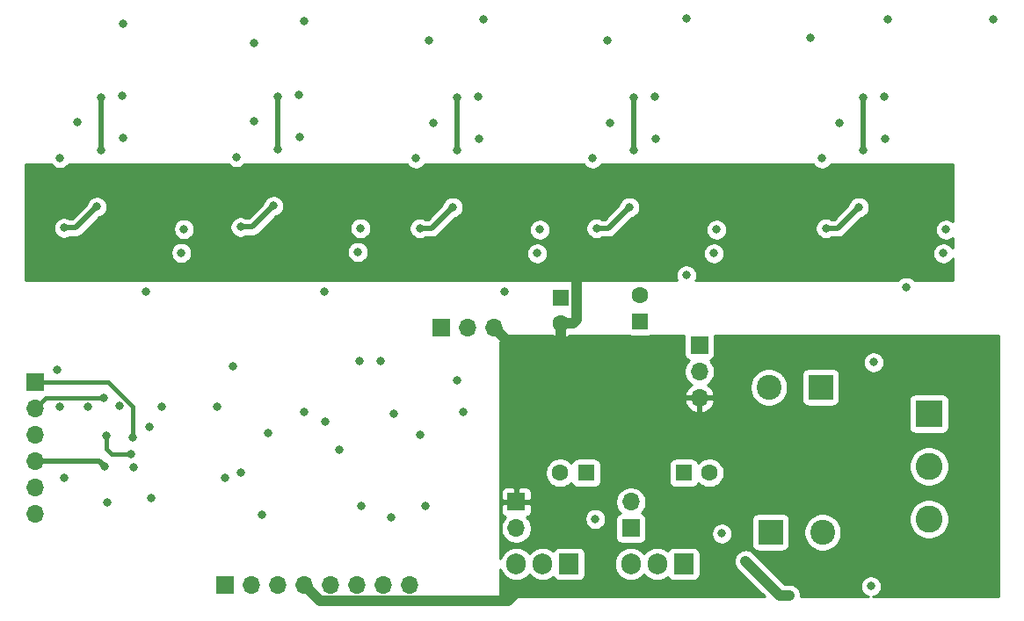
<source format=gbr>
%TF.GenerationSoftware,KiCad,Pcbnew,(5.1.6)-1*%
%TF.CreationDate,2020-11-12T20:03:02-08:00*%
%TF.ProjectId,piezodriver,7069657a-6f64-4726-9976-65722e6b6963,rev?*%
%TF.SameCoordinates,Original*%
%TF.FileFunction,Copper,L4,Bot*%
%TF.FilePolarity,Positive*%
%FSLAX46Y46*%
G04 Gerber Fmt 4.6, Leading zero omitted, Abs format (unit mm)*
G04 Created by KiCad (PCBNEW (5.1.6)-1) date 2020-11-12 20:03:02*
%MOMM*%
%LPD*%
G01*
G04 APERTURE LIST*
%TA.AperFunction,ComponentPad*%
%ADD10O,1.905000X2.000000*%
%TD*%
%TA.AperFunction,ComponentPad*%
%ADD11R,1.905000X2.000000*%
%TD*%
%TA.AperFunction,ComponentPad*%
%ADD12O,1.700000X1.700000*%
%TD*%
%TA.AperFunction,ComponentPad*%
%ADD13R,1.700000X1.700000*%
%TD*%
%TA.AperFunction,ComponentPad*%
%ADD14C,2.600000*%
%TD*%
%TA.AperFunction,ComponentPad*%
%ADD15R,2.600000X2.600000*%
%TD*%
%TA.AperFunction,ComponentPad*%
%ADD16C,1.600000*%
%TD*%
%TA.AperFunction,ComponentPad*%
%ADD17R,1.600000X1.600000*%
%TD*%
%TA.AperFunction,ComponentPad*%
%ADD18C,2.400000*%
%TD*%
%TA.AperFunction,ComponentPad*%
%ADD19R,2.400000X2.400000*%
%TD*%
%TA.AperFunction,ViaPad*%
%ADD20C,0.800000*%
%TD*%
%TA.AperFunction,Conductor*%
%ADD21C,1.000000*%
%TD*%
%TA.AperFunction,Conductor*%
%ADD22C,0.500000*%
%TD*%
%TA.AperFunction,Conductor*%
%ADD23C,0.400000*%
%TD*%
%TA.AperFunction,Conductor*%
%ADD24C,0.254000*%
%TD*%
G04 APERTURE END LIST*
D10*
%TO.P,Q2,3*%
%TO.N,Net-(J6-Pad2)*%
X250571000Y-64008000D03*
%TO.P,Q2,2*%
%TO.N,Net-(C6-Pad2)*%
X253111000Y-64008000D03*
D11*
%TO.P,Q2,1*%
%TO.N,Net-(C10-Pad2)*%
X255651000Y-64008000D03*
%TD*%
D10*
%TO.P,Q1,3*%
%TO.N,Net-(J5-Pad1)*%
X261620000Y-64008000D03*
%TO.P,Q1,2*%
%TO.N,Net-(C5-Pad1)*%
X264160000Y-64008000D03*
D11*
%TO.P,Q1,1*%
%TO.N,Net-(C9-Pad1)*%
X266700000Y-64008000D03*
%TD*%
D12*
%TO.P,J7,8*%
%TO.N,/CH8*%
X240284000Y-66040000D03*
%TO.P,J7,7*%
%TO.N,/CH7*%
X237744000Y-66040000D03*
%TO.P,J7,6*%
%TO.N,/CH6*%
X235204000Y-66040000D03*
%TO.P,J7,5*%
%TO.N,GNDA*%
X232664000Y-66040000D03*
%TO.P,J7,4*%
%TO.N,-VDC*%
X230124000Y-66040000D03*
%TO.P,J7,3*%
%TO.N,+VDC*%
X227584000Y-66040000D03*
%TO.P,J7,2*%
%TO.N,+3.3VA*%
X225044000Y-66040000D03*
D13*
%TO.P,J7,1*%
%TO.N,GNDA*%
X222504000Y-66040000D03*
%TD*%
D12*
%TO.P,J6,2*%
%TO.N,Net-(J6-Pad2)*%
X250571000Y-60579000D03*
D13*
%TO.P,J6,1*%
%TO.N,-VDC*%
X250571000Y-58039000D03*
%TD*%
D12*
%TO.P,J5,2*%
%TO.N,+VDC*%
X261620000Y-58039000D03*
D13*
%TO.P,J5,1*%
%TO.N,Net-(J5-Pad1)*%
X261620000Y-60579000D03*
%TD*%
D12*
%TO.P,J4,3*%
%TO.N,-VDC*%
X248412000Y-41275000D03*
%TO.P,J4,2*%
%TO.N,GNDA*%
X245872000Y-41275000D03*
D13*
%TO.P,J4,1*%
%TO.N,+VDC*%
X243332000Y-41275000D03*
%TD*%
D12*
%TO.P,J3,6*%
%TO.N,VCC*%
X204216000Y-59182000D03*
%TO.P,J3,5*%
%TO.N,GND*%
X204216000Y-56642000D03*
%TO.P,J3,4*%
%TO.N,/SYNCD*%
X204216000Y-54102000D03*
%TO.P,J3,3*%
%TO.N,N/C*%
X204216000Y-51562000D03*
%TO.P,J3,2*%
%TO.N,/DIND*%
X204216000Y-49022000D03*
D13*
%TO.P,J3,1*%
%TO.N,/SCLKD*%
X204216000Y-46482000D03*
%TD*%
D12*
%TO.P,J2,3*%
%TO.N,-VDC*%
X268224000Y-48006000D03*
%TO.P,J2,2*%
%TO.N,GNDA*%
X268224000Y-45466000D03*
D13*
%TO.P,J2,1*%
%TO.N,+VDC*%
X268224000Y-42926000D03*
%TD*%
D14*
%TO.P,J1,3*%
%TO.N,Net-(D1-Pad2)*%
X290322000Y-59690000D03*
%TO.P,J1,2*%
%TO.N,GNDA*%
X290322000Y-54610000D03*
D15*
%TO.P,J1,1*%
%TO.N,Net-(D2-Pad2)*%
X290322000Y-49530000D03*
%TD*%
D16*
%TO.P,C10,2*%
%TO.N,Net-(C10-Pad2)*%
X254802000Y-55245000D03*
D17*
%TO.P,C10,1*%
%TO.N,GNDA*%
X257302000Y-55245000D03*
%TD*%
D16*
%TO.P,C9,2*%
%TO.N,GNDA*%
X269200000Y-55245000D03*
D17*
%TO.P,C9,1*%
%TO.N,Net-(C9-Pad1)*%
X266700000Y-55245000D03*
%TD*%
D18*
%TO.P,C6,2*%
%TO.N,Net-(C6-Pad2)*%
X280082000Y-60960000D03*
D19*
%TO.P,C6,1*%
%TO.N,GNDA*%
X275082000Y-60960000D03*
%TD*%
D18*
%TO.P,C5,2*%
%TO.N,GNDA*%
X274908000Y-46990000D03*
D19*
%TO.P,C5,1*%
%TO.N,Net-(C5-Pad1)*%
X279908000Y-46990000D03*
%TD*%
D16*
%TO.P,C2,2*%
%TO.N,-VDC*%
X254889000Y-40854000D03*
D17*
%TO.P,C2,1*%
%TO.N,GNDA*%
X254889000Y-38354000D03*
%TD*%
D16*
%TO.P,C1,2*%
%TO.N,GNDA*%
X262509000Y-38140000D03*
D17*
%TO.P,C1,1*%
%TO.N,+VDC*%
X262509000Y-40640000D03*
%TD*%
D20*
%TO.N,-VDC*%
X288656000Y-31287000D03*
X279893000Y-34843000D03*
X266558000Y-31287000D03*
X257795000Y-34843000D03*
X249540000Y-31287000D03*
X240777000Y-34843000D03*
X232268000Y-31160000D03*
X223505000Y-34716000D03*
X215265000Y-31242000D03*
X206502000Y-34798000D03*
X216662000Y-27051000D03*
X233680000Y-27051000D03*
X251079000Y-27178000D03*
X267970000Y-27305000D03*
X290195000Y-27305000D03*
%TO.N,GND*%
X216408000Y-48895000D03*
X211194000Y-58095942D03*
X209296000Y-48895000D03*
X212344000Y-48768000D03*
X215265000Y-50800000D03*
X213741000Y-54737000D03*
X206375000Y-45339000D03*
X207010000Y-55753000D03*
%TO.N,+VDC*%
X281671000Y-21508000D03*
X286116000Y-23032000D03*
X285989000Y-18968000D03*
X259573000Y-21508000D03*
X264018000Y-23032000D03*
X263891000Y-18968000D03*
X242555000Y-21508000D03*
X247000000Y-23032000D03*
X246873000Y-18968000D03*
X225283000Y-21381000D03*
X229728000Y-22905000D03*
X229601000Y-18841000D03*
X208280000Y-21463000D03*
X212598000Y-18923000D03*
X212725000Y-22987000D03*
%TO.N,Net-(R8-Pad1)*%
X207010000Y-31623000D03*
X210185000Y-29591000D03*
%TO.N,Net-(R11-Pad2)*%
X227569000Y-24048000D03*
X227569000Y-18968000D03*
%TO.N,/opampdriver/BIAS*%
X214884000Y-37739999D03*
X232049999Y-37739999D03*
X249448999Y-37739999D03*
X288163000Y-37338000D03*
X235458000Y-44450000D03*
X266954000Y-36195000D03*
%TO.N,GNDA*%
X291958000Y-31795000D03*
X291704000Y-34081000D03*
X280020000Y-24937000D03*
X269860000Y-31795000D03*
X269606000Y-34081000D03*
X257922000Y-24937000D03*
X252842000Y-31795000D03*
X252588000Y-34081000D03*
X240904000Y-24937000D03*
X235570000Y-31668000D03*
X235316000Y-33954000D03*
X223632000Y-24810000D03*
X206629000Y-24892000D03*
X218313000Y-34036000D03*
X218567000Y-31750000D03*
X212725000Y-11938000D03*
X225298000Y-13843000D03*
X230124000Y-11684000D03*
X242189000Y-13589000D03*
X247396000Y-11557000D03*
X259334000Y-13589000D03*
X266954000Y-11430000D03*
X278892000Y-13335000D03*
X286385000Y-11557000D03*
X296545000Y-11557000D03*
X284734000Y-66167000D03*
X284988000Y-44577000D03*
X270383000Y-61087000D03*
X258191000Y-59690000D03*
X221742000Y-48895000D03*
X237490000Y-44450000D03*
X244856000Y-46355000D03*
X245491000Y-49403000D03*
X238506000Y-59563000D03*
X241808000Y-58420000D03*
X235606500Y-58398500D03*
X226060000Y-59309000D03*
X224028000Y-55245000D03*
X226695000Y-51435000D03*
X238760000Y-49530000D03*
X232156000Y-50292000D03*
%TO.N,Net-(C5-Pad1)*%
X276860000Y-67056000D03*
X272669000Y-63754000D03*
%TO.N,+3V3*%
X215392000Y-57658000D03*
X206629000Y-48895000D03*
%TO.N,/SYNCD*%
X210947000Y-54610000D03*
%TO.N,/DIND*%
X210820000Y-48006000D03*
%TO.N,/SCLKD*%
X213614000Y-51816000D03*
%TO.N,+3.3VA*%
X223266000Y-44958000D03*
X230124000Y-49403000D03*
X241300000Y-51562000D03*
X222504000Y-55753000D03*
X233492000Y-53020000D03*
%TO.N,/DINA*%
X213487000Y-53467000D03*
X211074000Y-51689000D03*
%TO.N,Net-(R7-Pad2)*%
X210566000Y-24130000D03*
X210566000Y-19050000D03*
%TO.N,Net-(R12-Pad1)*%
X227188000Y-29509000D03*
X224013000Y-31541000D03*
%TO.N,Net-(R15-Pad2)*%
X244841000Y-24175000D03*
X244841000Y-19095000D03*
%TO.N,Net-(R16-Pad1)*%
X244460000Y-29636000D03*
X241285000Y-31668000D03*
%TO.N,Net-(R19-Pad2)*%
X283957000Y-24175000D03*
X283957000Y-19095000D03*
%TO.N,Net-(R20-Pad1)*%
X283576000Y-29636000D03*
X280401000Y-31668000D03*
%TO.N,Net-(R23-Pad2)*%
X261859000Y-24175000D03*
X261859000Y-19095000D03*
%TO.N,Net-(R24-Pad1)*%
X261478000Y-29636000D03*
X258303000Y-31668000D03*
%TD*%
D21*
%TO.N,-VDC*%
X254889000Y-40854000D02*
X254889000Y-42672000D01*
X248412000Y-41275000D02*
X249682000Y-42545000D01*
X256020370Y-40854000D02*
X256389001Y-40485369D01*
X254889000Y-40854000D02*
X256020370Y-40854000D01*
X231674001Y-67590001D02*
X249782999Y-67590001D01*
X230124000Y-66040000D02*
X231674001Y-67590001D01*
X249782999Y-67590001D02*
X250825000Y-66548000D01*
X256389001Y-40485369D02*
X256389001Y-35964999D01*
D22*
%TO.N,Net-(R8-Pad1)*%
X207010000Y-31623000D02*
X208153000Y-31623000D01*
X208153000Y-31623000D02*
X210185000Y-29591000D01*
%TO.N,Net-(R11-Pad2)*%
X227569000Y-24048000D02*
X227569000Y-18968000D01*
D21*
%TO.N,Net-(C5-Pad1)*%
X276860000Y-67056000D02*
X275971000Y-67056000D01*
X275971000Y-67056000D02*
X272669000Y-63754000D01*
D22*
%TO.N,/SYNCD*%
X210439000Y-54102000D02*
X204216000Y-54102000D01*
X210947000Y-54610000D02*
X210439000Y-54102000D01*
D23*
%TO.N,/DIND*%
X205232000Y-48006000D02*
X204216000Y-49022000D01*
X210820000Y-48006000D02*
X205232000Y-48006000D01*
%TO.N,/SCLKD*%
X213614000Y-48853998D02*
X211242002Y-46482000D01*
X211242002Y-46482000D02*
X204216000Y-46482000D01*
X213614000Y-51816000D02*
X213614000Y-48853998D01*
%TO.N,/DINA*%
X213487000Y-53467000D02*
X211709000Y-53467000D01*
X211709000Y-53467000D02*
X211582000Y-53467000D01*
X211582000Y-53467000D02*
X211074000Y-52959000D01*
X211074000Y-52959000D02*
X211074000Y-51689000D01*
D22*
%TO.N,Net-(R7-Pad2)*%
X210566000Y-24130000D02*
X210566000Y-19050000D01*
%TO.N,Net-(R12-Pad1)*%
X224013000Y-31541000D02*
X225156000Y-31541000D01*
X225156000Y-31541000D02*
X227188000Y-29509000D01*
%TO.N,Net-(R15-Pad2)*%
X244841000Y-24175000D02*
X244841000Y-19095000D01*
%TO.N,Net-(R16-Pad1)*%
X241285000Y-31668000D02*
X242428000Y-31668000D01*
X242428000Y-31668000D02*
X244460000Y-29636000D01*
%TO.N,Net-(R19-Pad2)*%
X283957000Y-24175000D02*
X283957000Y-19095000D01*
%TO.N,Net-(R20-Pad1)*%
X280401000Y-31668000D02*
X281544000Y-31668000D01*
X281544000Y-31668000D02*
X283576000Y-29636000D01*
%TO.N,Net-(R23-Pad2)*%
X261859000Y-24175000D02*
X261859000Y-19095000D01*
%TO.N,Net-(R24-Pad1)*%
X258303000Y-31668000D02*
X259446000Y-31668000D01*
X259446000Y-31668000D02*
X261478000Y-29636000D01*
%TD*%
D24*
%TO.N,-VDC*%
G36*
X254147486Y-42090671D02*
G01*
X254402996Y-42211571D01*
X254677184Y-42280300D01*
X254959512Y-42294217D01*
X255239130Y-42252787D01*
X255505292Y-42157603D01*
X255630514Y-42090671D01*
X255646262Y-42037000D01*
X261489538Y-42037000D01*
X261584518Y-42065812D01*
X261709000Y-42078072D01*
X263309000Y-42078072D01*
X263433482Y-42065812D01*
X263528462Y-42037000D01*
X266739769Y-42037000D01*
X266735928Y-42076000D01*
X266735928Y-43776000D01*
X266748188Y-43900482D01*
X266784498Y-44020180D01*
X266843463Y-44130494D01*
X266922815Y-44227185D01*
X267019506Y-44306537D01*
X267129820Y-44365502D01*
X267202380Y-44387513D01*
X267070525Y-44519368D01*
X266908010Y-44762589D01*
X266796068Y-45032842D01*
X266739000Y-45319740D01*
X266739000Y-45612260D01*
X266796068Y-45899158D01*
X266908010Y-46169411D01*
X267070525Y-46412632D01*
X267277368Y-46619475D01*
X267459534Y-46741195D01*
X267342645Y-46810822D01*
X267126412Y-47005731D01*
X266952359Y-47239080D01*
X266827175Y-47501901D01*
X266782524Y-47649110D01*
X266903845Y-47879000D01*
X268097000Y-47879000D01*
X268097000Y-47859000D01*
X268351000Y-47859000D01*
X268351000Y-47879000D01*
X269544155Y-47879000D01*
X269665476Y-47649110D01*
X269620825Y-47501901D01*
X269495641Y-47239080D01*
X269321588Y-47005731D01*
X269105355Y-46810822D01*
X269102747Y-46809268D01*
X273073000Y-46809268D01*
X273073000Y-47170732D01*
X273143518Y-47525250D01*
X273281844Y-47859199D01*
X273482662Y-48159744D01*
X273738256Y-48415338D01*
X274038801Y-48616156D01*
X274372750Y-48754482D01*
X274727268Y-48825000D01*
X275088732Y-48825000D01*
X275443250Y-48754482D01*
X275777199Y-48616156D01*
X276077744Y-48415338D01*
X276333338Y-48159744D01*
X276534156Y-47859199D01*
X276672482Y-47525250D01*
X276743000Y-47170732D01*
X276743000Y-46809268D01*
X276672482Y-46454750D01*
X276534156Y-46120801D01*
X276333338Y-45820256D01*
X276303082Y-45790000D01*
X278069928Y-45790000D01*
X278069928Y-48190000D01*
X278082188Y-48314482D01*
X278118498Y-48434180D01*
X278177463Y-48544494D01*
X278256815Y-48641185D01*
X278353506Y-48720537D01*
X278463820Y-48779502D01*
X278583518Y-48815812D01*
X278708000Y-48828072D01*
X281108000Y-48828072D01*
X281232482Y-48815812D01*
X281352180Y-48779502D01*
X281462494Y-48720537D01*
X281559185Y-48641185D01*
X281638537Y-48544494D01*
X281697502Y-48434180D01*
X281733812Y-48314482D01*
X281742132Y-48230000D01*
X288383928Y-48230000D01*
X288383928Y-50830000D01*
X288396188Y-50954482D01*
X288432498Y-51074180D01*
X288491463Y-51184494D01*
X288570815Y-51281185D01*
X288667506Y-51360537D01*
X288777820Y-51419502D01*
X288897518Y-51455812D01*
X289022000Y-51468072D01*
X291622000Y-51468072D01*
X291746482Y-51455812D01*
X291866180Y-51419502D01*
X291976494Y-51360537D01*
X292073185Y-51281185D01*
X292152537Y-51184494D01*
X292211502Y-51074180D01*
X292247812Y-50954482D01*
X292260072Y-50830000D01*
X292260072Y-48230000D01*
X292247812Y-48105518D01*
X292211502Y-47985820D01*
X292152537Y-47875506D01*
X292073185Y-47778815D01*
X291976494Y-47699463D01*
X291866180Y-47640498D01*
X291746482Y-47604188D01*
X291622000Y-47591928D01*
X289022000Y-47591928D01*
X288897518Y-47604188D01*
X288777820Y-47640498D01*
X288667506Y-47699463D01*
X288570815Y-47778815D01*
X288491463Y-47875506D01*
X288432498Y-47985820D01*
X288396188Y-48105518D01*
X288383928Y-48230000D01*
X281742132Y-48230000D01*
X281746072Y-48190000D01*
X281746072Y-45790000D01*
X281733812Y-45665518D01*
X281697502Y-45545820D01*
X281638537Y-45435506D01*
X281559185Y-45338815D01*
X281462494Y-45259463D01*
X281352180Y-45200498D01*
X281232482Y-45164188D01*
X281108000Y-45151928D01*
X278708000Y-45151928D01*
X278583518Y-45164188D01*
X278463820Y-45200498D01*
X278353506Y-45259463D01*
X278256815Y-45338815D01*
X278177463Y-45435506D01*
X278118498Y-45545820D01*
X278082188Y-45665518D01*
X278069928Y-45790000D01*
X276303082Y-45790000D01*
X276077744Y-45564662D01*
X275777199Y-45363844D01*
X275443250Y-45225518D01*
X275088732Y-45155000D01*
X274727268Y-45155000D01*
X274372750Y-45225518D01*
X274038801Y-45363844D01*
X273738256Y-45564662D01*
X273482662Y-45820256D01*
X273281844Y-46120801D01*
X273143518Y-46454750D01*
X273073000Y-46809268D01*
X269102747Y-46809268D01*
X268988466Y-46741195D01*
X269170632Y-46619475D01*
X269377475Y-46412632D01*
X269539990Y-46169411D01*
X269651932Y-45899158D01*
X269709000Y-45612260D01*
X269709000Y-45319740D01*
X269651932Y-45032842D01*
X269539990Y-44762589D01*
X269377475Y-44519368D01*
X269333168Y-44475061D01*
X283953000Y-44475061D01*
X283953000Y-44678939D01*
X283992774Y-44878898D01*
X284070795Y-45067256D01*
X284184063Y-45236774D01*
X284328226Y-45380937D01*
X284497744Y-45494205D01*
X284686102Y-45572226D01*
X284886061Y-45612000D01*
X285089939Y-45612000D01*
X285289898Y-45572226D01*
X285478256Y-45494205D01*
X285647774Y-45380937D01*
X285791937Y-45236774D01*
X285905205Y-45067256D01*
X285983226Y-44878898D01*
X286023000Y-44678939D01*
X286023000Y-44475061D01*
X285983226Y-44275102D01*
X285905205Y-44086744D01*
X285791937Y-43917226D01*
X285647774Y-43773063D01*
X285478256Y-43659795D01*
X285289898Y-43581774D01*
X285089939Y-43542000D01*
X284886061Y-43542000D01*
X284686102Y-43581774D01*
X284497744Y-43659795D01*
X284328226Y-43773063D01*
X284184063Y-43917226D01*
X284070795Y-44086744D01*
X283992774Y-44275102D01*
X283953000Y-44475061D01*
X269333168Y-44475061D01*
X269245620Y-44387513D01*
X269318180Y-44365502D01*
X269428494Y-44306537D01*
X269525185Y-44227185D01*
X269604537Y-44130494D01*
X269663502Y-44020180D01*
X269699812Y-43900482D01*
X269712072Y-43776000D01*
X269712072Y-42076000D01*
X269708231Y-42037000D01*
X297053000Y-42037000D01*
X297053000Y-67183000D01*
X284931459Y-67183000D01*
X285035898Y-67162226D01*
X285224256Y-67084205D01*
X285393774Y-66970937D01*
X285537937Y-66826774D01*
X285651205Y-66657256D01*
X285729226Y-66468898D01*
X285769000Y-66268939D01*
X285769000Y-66065061D01*
X285729226Y-65865102D01*
X285651205Y-65676744D01*
X285537937Y-65507226D01*
X285393774Y-65363063D01*
X285224256Y-65249795D01*
X285035898Y-65171774D01*
X284835939Y-65132000D01*
X284632061Y-65132000D01*
X284432102Y-65171774D01*
X284243744Y-65249795D01*
X284074226Y-65363063D01*
X283930063Y-65507226D01*
X283816795Y-65676744D01*
X283738774Y-65865102D01*
X283699000Y-66065061D01*
X283699000Y-66268939D01*
X283738774Y-66468898D01*
X283816795Y-66657256D01*
X283930063Y-66826774D01*
X284074226Y-66970937D01*
X284243744Y-67084205D01*
X284432102Y-67162226D01*
X284536541Y-67183000D01*
X277987983Y-67183000D01*
X278000491Y-67056000D01*
X277978577Y-66833501D01*
X277913676Y-66619553D01*
X277808284Y-66422377D01*
X277666449Y-66249551D01*
X277493623Y-66107716D01*
X277296447Y-66002324D01*
X277082499Y-65937423D01*
X276915752Y-65921000D01*
X276441132Y-65921000D01*
X273432143Y-62912012D01*
X273302622Y-62805717D01*
X273105446Y-62700324D01*
X272891498Y-62635423D01*
X272669000Y-62613509D01*
X272446502Y-62635423D01*
X272232554Y-62700324D01*
X272035378Y-62805717D01*
X271862552Y-62947552D01*
X271720717Y-63120378D01*
X271615324Y-63317554D01*
X271550423Y-63531502D01*
X271528509Y-63754000D01*
X271550423Y-63976498D01*
X271615324Y-64190446D01*
X271720717Y-64387622D01*
X271827012Y-64517143D01*
X274492868Y-67183000D01*
X249047000Y-67183000D01*
X249047000Y-64500312D01*
X249097245Y-64665948D01*
X249244655Y-64941734D01*
X249443037Y-65183463D01*
X249684765Y-65381845D01*
X249960551Y-65529255D01*
X250259796Y-65620030D01*
X250571000Y-65650681D01*
X250882203Y-65620030D01*
X251181448Y-65529255D01*
X251457234Y-65381845D01*
X251698963Y-65183463D01*
X251841000Y-65010391D01*
X251983037Y-65183463D01*
X252224765Y-65381845D01*
X252500551Y-65529255D01*
X252799796Y-65620030D01*
X253111000Y-65650681D01*
X253422203Y-65620030D01*
X253721448Y-65529255D01*
X253997234Y-65381845D01*
X254123095Y-65278553D01*
X254167963Y-65362494D01*
X254247315Y-65459185D01*
X254344006Y-65538537D01*
X254454320Y-65597502D01*
X254574018Y-65633812D01*
X254698500Y-65646072D01*
X256603500Y-65646072D01*
X256727982Y-65633812D01*
X256847680Y-65597502D01*
X256957994Y-65538537D01*
X257054685Y-65459185D01*
X257134037Y-65362494D01*
X257193002Y-65252180D01*
X257229312Y-65132482D01*
X257241572Y-65008000D01*
X257241572Y-63882514D01*
X260032500Y-63882514D01*
X260032500Y-64133485D01*
X260055470Y-64366703D01*
X260146245Y-64665948D01*
X260293655Y-64941734D01*
X260492037Y-65183463D01*
X260733765Y-65381845D01*
X261009551Y-65529255D01*
X261308796Y-65620030D01*
X261620000Y-65650681D01*
X261931203Y-65620030D01*
X262230448Y-65529255D01*
X262506234Y-65381845D01*
X262747963Y-65183463D01*
X262890000Y-65010391D01*
X263032037Y-65183463D01*
X263273765Y-65381845D01*
X263549551Y-65529255D01*
X263848796Y-65620030D01*
X264160000Y-65650681D01*
X264471203Y-65620030D01*
X264770448Y-65529255D01*
X265046234Y-65381845D01*
X265172095Y-65278553D01*
X265216963Y-65362494D01*
X265296315Y-65459185D01*
X265393006Y-65538537D01*
X265503320Y-65597502D01*
X265623018Y-65633812D01*
X265747500Y-65646072D01*
X267652500Y-65646072D01*
X267776982Y-65633812D01*
X267896680Y-65597502D01*
X268006994Y-65538537D01*
X268103685Y-65459185D01*
X268183037Y-65362494D01*
X268242002Y-65252180D01*
X268278312Y-65132482D01*
X268290572Y-65008000D01*
X268290572Y-63008000D01*
X268278312Y-62883518D01*
X268242002Y-62763820D01*
X268183037Y-62653506D01*
X268103685Y-62556815D01*
X268006994Y-62477463D01*
X267896680Y-62418498D01*
X267776982Y-62382188D01*
X267652500Y-62369928D01*
X265747500Y-62369928D01*
X265623018Y-62382188D01*
X265503320Y-62418498D01*
X265393006Y-62477463D01*
X265296315Y-62556815D01*
X265216963Y-62653506D01*
X265172095Y-62737446D01*
X265046235Y-62634155D01*
X264770449Y-62486745D01*
X264471204Y-62395970D01*
X264160000Y-62365319D01*
X263848797Y-62395970D01*
X263549552Y-62486745D01*
X263273766Y-62634155D01*
X263032037Y-62832537D01*
X262890000Y-63005609D01*
X262747963Y-62832537D01*
X262506235Y-62634155D01*
X262230449Y-62486745D01*
X261931204Y-62395970D01*
X261620000Y-62365319D01*
X261308797Y-62395970D01*
X261009552Y-62486745D01*
X260733766Y-62634155D01*
X260492037Y-62832537D01*
X260293655Y-63074265D01*
X260146245Y-63350051D01*
X260055470Y-63649296D01*
X260032500Y-63882514D01*
X257241572Y-63882514D01*
X257241572Y-63008000D01*
X257229312Y-62883518D01*
X257193002Y-62763820D01*
X257134037Y-62653506D01*
X257054685Y-62556815D01*
X256957994Y-62477463D01*
X256847680Y-62418498D01*
X256727982Y-62382188D01*
X256603500Y-62369928D01*
X254698500Y-62369928D01*
X254574018Y-62382188D01*
X254454320Y-62418498D01*
X254344006Y-62477463D01*
X254247315Y-62556815D01*
X254167963Y-62653506D01*
X254123095Y-62737446D01*
X253997235Y-62634155D01*
X253721449Y-62486745D01*
X253422204Y-62395970D01*
X253111000Y-62365319D01*
X252799797Y-62395970D01*
X252500552Y-62486745D01*
X252224766Y-62634155D01*
X251983037Y-62832537D01*
X251841000Y-63005609D01*
X251698963Y-62832537D01*
X251457235Y-62634155D01*
X251181449Y-62486745D01*
X250882204Y-62395970D01*
X250571000Y-62365319D01*
X250259797Y-62395970D01*
X249960552Y-62486745D01*
X249684766Y-62634155D01*
X249443037Y-62832537D01*
X249244655Y-63074265D01*
X249097245Y-63350051D01*
X249047000Y-63515687D01*
X249047000Y-58889000D01*
X249082928Y-58889000D01*
X249095188Y-59013482D01*
X249131498Y-59133180D01*
X249190463Y-59243494D01*
X249269815Y-59340185D01*
X249366506Y-59419537D01*
X249476820Y-59478502D01*
X249549380Y-59500513D01*
X249417525Y-59632368D01*
X249255010Y-59875589D01*
X249143068Y-60145842D01*
X249086000Y-60432740D01*
X249086000Y-60725260D01*
X249143068Y-61012158D01*
X249255010Y-61282411D01*
X249417525Y-61525632D01*
X249624368Y-61732475D01*
X249867589Y-61894990D01*
X250137842Y-62006932D01*
X250424740Y-62064000D01*
X250717260Y-62064000D01*
X251004158Y-62006932D01*
X251274411Y-61894990D01*
X251517632Y-61732475D01*
X251724475Y-61525632D01*
X251886990Y-61282411D01*
X251998932Y-61012158D01*
X252056000Y-60725260D01*
X252056000Y-60432740D01*
X251998932Y-60145842D01*
X251886990Y-59875589D01*
X251724475Y-59632368D01*
X251680168Y-59588061D01*
X257156000Y-59588061D01*
X257156000Y-59791939D01*
X257195774Y-59991898D01*
X257273795Y-60180256D01*
X257387063Y-60349774D01*
X257531226Y-60493937D01*
X257700744Y-60607205D01*
X257889102Y-60685226D01*
X258089061Y-60725000D01*
X258292939Y-60725000D01*
X258492898Y-60685226D01*
X258681256Y-60607205D01*
X258850774Y-60493937D01*
X258994937Y-60349774D01*
X259108205Y-60180256D01*
X259186226Y-59991898D01*
X259226000Y-59791939D01*
X259226000Y-59729000D01*
X260131928Y-59729000D01*
X260131928Y-61429000D01*
X260144188Y-61553482D01*
X260180498Y-61673180D01*
X260239463Y-61783494D01*
X260318815Y-61880185D01*
X260415506Y-61959537D01*
X260525820Y-62018502D01*
X260645518Y-62054812D01*
X260770000Y-62067072D01*
X262470000Y-62067072D01*
X262594482Y-62054812D01*
X262714180Y-62018502D01*
X262824494Y-61959537D01*
X262921185Y-61880185D01*
X263000537Y-61783494D01*
X263059502Y-61673180D01*
X263095812Y-61553482D01*
X263108072Y-61429000D01*
X263108072Y-60985061D01*
X269348000Y-60985061D01*
X269348000Y-61188939D01*
X269387774Y-61388898D01*
X269465795Y-61577256D01*
X269579063Y-61746774D01*
X269723226Y-61890937D01*
X269892744Y-62004205D01*
X270081102Y-62082226D01*
X270281061Y-62122000D01*
X270484939Y-62122000D01*
X270684898Y-62082226D01*
X270873256Y-62004205D01*
X271042774Y-61890937D01*
X271186937Y-61746774D01*
X271300205Y-61577256D01*
X271378226Y-61388898D01*
X271418000Y-61188939D01*
X271418000Y-60985061D01*
X271378226Y-60785102D01*
X271300205Y-60596744D01*
X271186937Y-60427226D01*
X271042774Y-60283063D01*
X270873256Y-60169795D01*
X270684898Y-60091774D01*
X270484939Y-60052000D01*
X270281061Y-60052000D01*
X270081102Y-60091774D01*
X269892744Y-60169795D01*
X269723226Y-60283063D01*
X269579063Y-60427226D01*
X269465795Y-60596744D01*
X269387774Y-60785102D01*
X269348000Y-60985061D01*
X263108072Y-60985061D01*
X263108072Y-59760000D01*
X273243928Y-59760000D01*
X273243928Y-62160000D01*
X273256188Y-62284482D01*
X273292498Y-62404180D01*
X273351463Y-62514494D01*
X273430815Y-62611185D01*
X273527506Y-62690537D01*
X273637820Y-62749502D01*
X273757518Y-62785812D01*
X273882000Y-62798072D01*
X276282000Y-62798072D01*
X276406482Y-62785812D01*
X276526180Y-62749502D01*
X276636494Y-62690537D01*
X276733185Y-62611185D01*
X276812537Y-62514494D01*
X276871502Y-62404180D01*
X276907812Y-62284482D01*
X276920072Y-62160000D01*
X276920072Y-60779268D01*
X278247000Y-60779268D01*
X278247000Y-61140732D01*
X278317518Y-61495250D01*
X278455844Y-61829199D01*
X278656662Y-62129744D01*
X278912256Y-62385338D01*
X279212801Y-62586156D01*
X279546750Y-62724482D01*
X279901268Y-62795000D01*
X280262732Y-62795000D01*
X280617250Y-62724482D01*
X280951199Y-62586156D01*
X281251744Y-62385338D01*
X281507338Y-62129744D01*
X281708156Y-61829199D01*
X281846482Y-61495250D01*
X281917000Y-61140732D01*
X281917000Y-60779268D01*
X281846482Y-60424750D01*
X281708156Y-60090801D01*
X281507338Y-59790256D01*
X281251744Y-59534662D01*
X281199000Y-59499419D01*
X288387000Y-59499419D01*
X288387000Y-59880581D01*
X288461361Y-60254419D01*
X288607225Y-60606566D01*
X288818987Y-60923491D01*
X289088509Y-61193013D01*
X289405434Y-61404775D01*
X289757581Y-61550639D01*
X290131419Y-61625000D01*
X290512581Y-61625000D01*
X290886419Y-61550639D01*
X291238566Y-61404775D01*
X291555491Y-61193013D01*
X291825013Y-60923491D01*
X292036775Y-60606566D01*
X292182639Y-60254419D01*
X292257000Y-59880581D01*
X292257000Y-59499419D01*
X292182639Y-59125581D01*
X292036775Y-58773434D01*
X291825013Y-58456509D01*
X291555491Y-58186987D01*
X291238566Y-57975225D01*
X290886419Y-57829361D01*
X290512581Y-57755000D01*
X290131419Y-57755000D01*
X289757581Y-57829361D01*
X289405434Y-57975225D01*
X289088509Y-58186987D01*
X288818987Y-58456509D01*
X288607225Y-58773434D01*
X288461361Y-59125581D01*
X288387000Y-59499419D01*
X281199000Y-59499419D01*
X280951199Y-59333844D01*
X280617250Y-59195518D01*
X280262732Y-59125000D01*
X279901268Y-59125000D01*
X279546750Y-59195518D01*
X279212801Y-59333844D01*
X278912256Y-59534662D01*
X278656662Y-59790256D01*
X278455844Y-60090801D01*
X278317518Y-60424750D01*
X278247000Y-60779268D01*
X276920072Y-60779268D01*
X276920072Y-59760000D01*
X276907812Y-59635518D01*
X276871502Y-59515820D01*
X276812537Y-59405506D01*
X276733185Y-59308815D01*
X276636494Y-59229463D01*
X276526180Y-59170498D01*
X276406482Y-59134188D01*
X276282000Y-59121928D01*
X273882000Y-59121928D01*
X273757518Y-59134188D01*
X273637820Y-59170498D01*
X273527506Y-59229463D01*
X273430815Y-59308815D01*
X273351463Y-59405506D01*
X273292498Y-59515820D01*
X273256188Y-59635518D01*
X273243928Y-59760000D01*
X263108072Y-59760000D01*
X263108072Y-59729000D01*
X263095812Y-59604518D01*
X263059502Y-59484820D01*
X263000537Y-59374506D01*
X262921185Y-59277815D01*
X262824494Y-59198463D01*
X262714180Y-59139498D01*
X262641620Y-59117487D01*
X262773475Y-58985632D01*
X262935990Y-58742411D01*
X263047932Y-58472158D01*
X263105000Y-58185260D01*
X263105000Y-57892740D01*
X263047932Y-57605842D01*
X262935990Y-57335589D01*
X262773475Y-57092368D01*
X262566632Y-56885525D01*
X262323411Y-56723010D01*
X262053158Y-56611068D01*
X261766260Y-56554000D01*
X261473740Y-56554000D01*
X261186842Y-56611068D01*
X260916589Y-56723010D01*
X260673368Y-56885525D01*
X260466525Y-57092368D01*
X260304010Y-57335589D01*
X260192068Y-57605842D01*
X260135000Y-57892740D01*
X260135000Y-58185260D01*
X260192068Y-58472158D01*
X260304010Y-58742411D01*
X260466525Y-58985632D01*
X260598380Y-59117487D01*
X260525820Y-59139498D01*
X260415506Y-59198463D01*
X260318815Y-59277815D01*
X260239463Y-59374506D01*
X260180498Y-59484820D01*
X260144188Y-59604518D01*
X260131928Y-59729000D01*
X259226000Y-59729000D01*
X259226000Y-59588061D01*
X259186226Y-59388102D01*
X259108205Y-59199744D01*
X258994937Y-59030226D01*
X258850774Y-58886063D01*
X258681256Y-58772795D01*
X258492898Y-58694774D01*
X258292939Y-58655000D01*
X258089061Y-58655000D01*
X257889102Y-58694774D01*
X257700744Y-58772795D01*
X257531226Y-58886063D01*
X257387063Y-59030226D01*
X257273795Y-59199744D01*
X257195774Y-59388102D01*
X257156000Y-59588061D01*
X251680168Y-59588061D01*
X251592620Y-59500513D01*
X251665180Y-59478502D01*
X251775494Y-59419537D01*
X251872185Y-59340185D01*
X251951537Y-59243494D01*
X252010502Y-59133180D01*
X252046812Y-59013482D01*
X252059072Y-58889000D01*
X252056000Y-58324750D01*
X251897250Y-58166000D01*
X250698000Y-58166000D01*
X250698000Y-58186000D01*
X250444000Y-58186000D01*
X250444000Y-58166000D01*
X249244750Y-58166000D01*
X249086000Y-58324750D01*
X249082928Y-58889000D01*
X249047000Y-58889000D01*
X249047000Y-57189000D01*
X249082928Y-57189000D01*
X249086000Y-57753250D01*
X249244750Y-57912000D01*
X250444000Y-57912000D01*
X250444000Y-56712750D01*
X250698000Y-56712750D01*
X250698000Y-57912000D01*
X251897250Y-57912000D01*
X252056000Y-57753250D01*
X252059072Y-57189000D01*
X252046812Y-57064518D01*
X252010502Y-56944820D01*
X251951537Y-56834506D01*
X251872185Y-56737815D01*
X251775494Y-56658463D01*
X251665180Y-56599498D01*
X251545482Y-56563188D01*
X251421000Y-56550928D01*
X250856750Y-56554000D01*
X250698000Y-56712750D01*
X250444000Y-56712750D01*
X250285250Y-56554000D01*
X249721000Y-56550928D01*
X249596518Y-56563188D01*
X249476820Y-56599498D01*
X249366506Y-56658463D01*
X249269815Y-56737815D01*
X249190463Y-56834506D01*
X249131498Y-56944820D01*
X249095188Y-57064518D01*
X249082928Y-57189000D01*
X249047000Y-57189000D01*
X249047000Y-55103665D01*
X253367000Y-55103665D01*
X253367000Y-55386335D01*
X253422147Y-55663574D01*
X253530320Y-55924727D01*
X253687363Y-56159759D01*
X253887241Y-56359637D01*
X254122273Y-56516680D01*
X254383426Y-56624853D01*
X254660665Y-56680000D01*
X254943335Y-56680000D01*
X255220574Y-56624853D01*
X255481727Y-56516680D01*
X255716759Y-56359637D01*
X255883339Y-56193057D01*
X255912498Y-56289180D01*
X255971463Y-56399494D01*
X256050815Y-56496185D01*
X256147506Y-56575537D01*
X256257820Y-56634502D01*
X256377518Y-56670812D01*
X256502000Y-56683072D01*
X258102000Y-56683072D01*
X258226482Y-56670812D01*
X258346180Y-56634502D01*
X258456494Y-56575537D01*
X258553185Y-56496185D01*
X258632537Y-56399494D01*
X258691502Y-56289180D01*
X258727812Y-56169482D01*
X258740072Y-56045000D01*
X258740072Y-54445000D01*
X265261928Y-54445000D01*
X265261928Y-56045000D01*
X265274188Y-56169482D01*
X265310498Y-56289180D01*
X265369463Y-56399494D01*
X265448815Y-56496185D01*
X265545506Y-56575537D01*
X265655820Y-56634502D01*
X265775518Y-56670812D01*
X265900000Y-56683072D01*
X267500000Y-56683072D01*
X267624482Y-56670812D01*
X267744180Y-56634502D01*
X267854494Y-56575537D01*
X267951185Y-56496185D01*
X268030537Y-56399494D01*
X268089502Y-56289180D01*
X268118661Y-56193057D01*
X268285241Y-56359637D01*
X268520273Y-56516680D01*
X268781426Y-56624853D01*
X269058665Y-56680000D01*
X269341335Y-56680000D01*
X269618574Y-56624853D01*
X269879727Y-56516680D01*
X270114759Y-56359637D01*
X270314637Y-56159759D01*
X270471680Y-55924727D01*
X270579853Y-55663574D01*
X270635000Y-55386335D01*
X270635000Y-55103665D01*
X270579853Y-54826426D01*
X270471680Y-54565273D01*
X270374224Y-54419419D01*
X288387000Y-54419419D01*
X288387000Y-54800581D01*
X288461361Y-55174419D01*
X288607225Y-55526566D01*
X288818987Y-55843491D01*
X289088509Y-56113013D01*
X289405434Y-56324775D01*
X289757581Y-56470639D01*
X290131419Y-56545000D01*
X290512581Y-56545000D01*
X290886419Y-56470639D01*
X291238566Y-56324775D01*
X291555491Y-56113013D01*
X291825013Y-55843491D01*
X292036775Y-55526566D01*
X292182639Y-55174419D01*
X292257000Y-54800581D01*
X292257000Y-54419419D01*
X292182639Y-54045581D01*
X292036775Y-53693434D01*
X291825013Y-53376509D01*
X291555491Y-53106987D01*
X291238566Y-52895225D01*
X290886419Y-52749361D01*
X290512581Y-52675000D01*
X290131419Y-52675000D01*
X289757581Y-52749361D01*
X289405434Y-52895225D01*
X289088509Y-53106987D01*
X288818987Y-53376509D01*
X288607225Y-53693434D01*
X288461361Y-54045581D01*
X288387000Y-54419419D01*
X270374224Y-54419419D01*
X270314637Y-54330241D01*
X270114759Y-54130363D01*
X269879727Y-53973320D01*
X269618574Y-53865147D01*
X269341335Y-53810000D01*
X269058665Y-53810000D01*
X268781426Y-53865147D01*
X268520273Y-53973320D01*
X268285241Y-54130363D01*
X268118661Y-54296943D01*
X268089502Y-54200820D01*
X268030537Y-54090506D01*
X267951185Y-53993815D01*
X267854494Y-53914463D01*
X267744180Y-53855498D01*
X267624482Y-53819188D01*
X267500000Y-53806928D01*
X265900000Y-53806928D01*
X265775518Y-53819188D01*
X265655820Y-53855498D01*
X265545506Y-53914463D01*
X265448815Y-53993815D01*
X265369463Y-54090506D01*
X265310498Y-54200820D01*
X265274188Y-54320518D01*
X265261928Y-54445000D01*
X258740072Y-54445000D01*
X258727812Y-54320518D01*
X258691502Y-54200820D01*
X258632537Y-54090506D01*
X258553185Y-53993815D01*
X258456494Y-53914463D01*
X258346180Y-53855498D01*
X258226482Y-53819188D01*
X258102000Y-53806928D01*
X256502000Y-53806928D01*
X256377518Y-53819188D01*
X256257820Y-53855498D01*
X256147506Y-53914463D01*
X256050815Y-53993815D01*
X255971463Y-54090506D01*
X255912498Y-54200820D01*
X255883339Y-54296943D01*
X255716759Y-54130363D01*
X255481727Y-53973320D01*
X255220574Y-53865147D01*
X254943335Y-53810000D01*
X254660665Y-53810000D01*
X254383426Y-53865147D01*
X254122273Y-53973320D01*
X253887241Y-54130363D01*
X253687363Y-54330241D01*
X253530320Y-54565273D01*
X253422147Y-54826426D01*
X253367000Y-55103665D01*
X249047000Y-55103665D01*
X249047000Y-48362890D01*
X266782524Y-48362890D01*
X266827175Y-48510099D01*
X266952359Y-48772920D01*
X267126412Y-49006269D01*
X267342645Y-49201178D01*
X267592748Y-49350157D01*
X267867109Y-49447481D01*
X268097000Y-49326814D01*
X268097000Y-48133000D01*
X268351000Y-48133000D01*
X268351000Y-49326814D01*
X268580891Y-49447481D01*
X268855252Y-49350157D01*
X269105355Y-49201178D01*
X269321588Y-49006269D01*
X269495641Y-48772920D01*
X269620825Y-48510099D01*
X269665476Y-48362890D01*
X269544155Y-48133000D01*
X268351000Y-48133000D01*
X268097000Y-48133000D01*
X266903845Y-48133000D01*
X266782524Y-48362890D01*
X249047000Y-48362890D01*
X249047000Y-42609476D01*
X249178920Y-42546641D01*
X249412269Y-42372588D01*
X249607178Y-42156355D01*
X249678274Y-42037000D01*
X254131738Y-42037000D01*
X254147486Y-42090671D01*
G37*
X254147486Y-42090671D02*
X254402996Y-42211571D01*
X254677184Y-42280300D01*
X254959512Y-42294217D01*
X255239130Y-42252787D01*
X255505292Y-42157603D01*
X255630514Y-42090671D01*
X255646262Y-42037000D01*
X261489538Y-42037000D01*
X261584518Y-42065812D01*
X261709000Y-42078072D01*
X263309000Y-42078072D01*
X263433482Y-42065812D01*
X263528462Y-42037000D01*
X266739769Y-42037000D01*
X266735928Y-42076000D01*
X266735928Y-43776000D01*
X266748188Y-43900482D01*
X266784498Y-44020180D01*
X266843463Y-44130494D01*
X266922815Y-44227185D01*
X267019506Y-44306537D01*
X267129820Y-44365502D01*
X267202380Y-44387513D01*
X267070525Y-44519368D01*
X266908010Y-44762589D01*
X266796068Y-45032842D01*
X266739000Y-45319740D01*
X266739000Y-45612260D01*
X266796068Y-45899158D01*
X266908010Y-46169411D01*
X267070525Y-46412632D01*
X267277368Y-46619475D01*
X267459534Y-46741195D01*
X267342645Y-46810822D01*
X267126412Y-47005731D01*
X266952359Y-47239080D01*
X266827175Y-47501901D01*
X266782524Y-47649110D01*
X266903845Y-47879000D01*
X268097000Y-47879000D01*
X268097000Y-47859000D01*
X268351000Y-47859000D01*
X268351000Y-47879000D01*
X269544155Y-47879000D01*
X269665476Y-47649110D01*
X269620825Y-47501901D01*
X269495641Y-47239080D01*
X269321588Y-47005731D01*
X269105355Y-46810822D01*
X269102747Y-46809268D01*
X273073000Y-46809268D01*
X273073000Y-47170732D01*
X273143518Y-47525250D01*
X273281844Y-47859199D01*
X273482662Y-48159744D01*
X273738256Y-48415338D01*
X274038801Y-48616156D01*
X274372750Y-48754482D01*
X274727268Y-48825000D01*
X275088732Y-48825000D01*
X275443250Y-48754482D01*
X275777199Y-48616156D01*
X276077744Y-48415338D01*
X276333338Y-48159744D01*
X276534156Y-47859199D01*
X276672482Y-47525250D01*
X276743000Y-47170732D01*
X276743000Y-46809268D01*
X276672482Y-46454750D01*
X276534156Y-46120801D01*
X276333338Y-45820256D01*
X276303082Y-45790000D01*
X278069928Y-45790000D01*
X278069928Y-48190000D01*
X278082188Y-48314482D01*
X278118498Y-48434180D01*
X278177463Y-48544494D01*
X278256815Y-48641185D01*
X278353506Y-48720537D01*
X278463820Y-48779502D01*
X278583518Y-48815812D01*
X278708000Y-48828072D01*
X281108000Y-48828072D01*
X281232482Y-48815812D01*
X281352180Y-48779502D01*
X281462494Y-48720537D01*
X281559185Y-48641185D01*
X281638537Y-48544494D01*
X281697502Y-48434180D01*
X281733812Y-48314482D01*
X281742132Y-48230000D01*
X288383928Y-48230000D01*
X288383928Y-50830000D01*
X288396188Y-50954482D01*
X288432498Y-51074180D01*
X288491463Y-51184494D01*
X288570815Y-51281185D01*
X288667506Y-51360537D01*
X288777820Y-51419502D01*
X288897518Y-51455812D01*
X289022000Y-51468072D01*
X291622000Y-51468072D01*
X291746482Y-51455812D01*
X291866180Y-51419502D01*
X291976494Y-51360537D01*
X292073185Y-51281185D01*
X292152537Y-51184494D01*
X292211502Y-51074180D01*
X292247812Y-50954482D01*
X292260072Y-50830000D01*
X292260072Y-48230000D01*
X292247812Y-48105518D01*
X292211502Y-47985820D01*
X292152537Y-47875506D01*
X292073185Y-47778815D01*
X291976494Y-47699463D01*
X291866180Y-47640498D01*
X291746482Y-47604188D01*
X291622000Y-47591928D01*
X289022000Y-47591928D01*
X288897518Y-47604188D01*
X288777820Y-47640498D01*
X288667506Y-47699463D01*
X288570815Y-47778815D01*
X288491463Y-47875506D01*
X288432498Y-47985820D01*
X288396188Y-48105518D01*
X288383928Y-48230000D01*
X281742132Y-48230000D01*
X281746072Y-48190000D01*
X281746072Y-45790000D01*
X281733812Y-45665518D01*
X281697502Y-45545820D01*
X281638537Y-45435506D01*
X281559185Y-45338815D01*
X281462494Y-45259463D01*
X281352180Y-45200498D01*
X281232482Y-45164188D01*
X281108000Y-45151928D01*
X278708000Y-45151928D01*
X278583518Y-45164188D01*
X278463820Y-45200498D01*
X278353506Y-45259463D01*
X278256815Y-45338815D01*
X278177463Y-45435506D01*
X278118498Y-45545820D01*
X278082188Y-45665518D01*
X278069928Y-45790000D01*
X276303082Y-45790000D01*
X276077744Y-45564662D01*
X275777199Y-45363844D01*
X275443250Y-45225518D01*
X275088732Y-45155000D01*
X274727268Y-45155000D01*
X274372750Y-45225518D01*
X274038801Y-45363844D01*
X273738256Y-45564662D01*
X273482662Y-45820256D01*
X273281844Y-46120801D01*
X273143518Y-46454750D01*
X273073000Y-46809268D01*
X269102747Y-46809268D01*
X268988466Y-46741195D01*
X269170632Y-46619475D01*
X269377475Y-46412632D01*
X269539990Y-46169411D01*
X269651932Y-45899158D01*
X269709000Y-45612260D01*
X269709000Y-45319740D01*
X269651932Y-45032842D01*
X269539990Y-44762589D01*
X269377475Y-44519368D01*
X269333168Y-44475061D01*
X283953000Y-44475061D01*
X283953000Y-44678939D01*
X283992774Y-44878898D01*
X284070795Y-45067256D01*
X284184063Y-45236774D01*
X284328226Y-45380937D01*
X284497744Y-45494205D01*
X284686102Y-45572226D01*
X284886061Y-45612000D01*
X285089939Y-45612000D01*
X285289898Y-45572226D01*
X285478256Y-45494205D01*
X285647774Y-45380937D01*
X285791937Y-45236774D01*
X285905205Y-45067256D01*
X285983226Y-44878898D01*
X286023000Y-44678939D01*
X286023000Y-44475061D01*
X285983226Y-44275102D01*
X285905205Y-44086744D01*
X285791937Y-43917226D01*
X285647774Y-43773063D01*
X285478256Y-43659795D01*
X285289898Y-43581774D01*
X285089939Y-43542000D01*
X284886061Y-43542000D01*
X284686102Y-43581774D01*
X284497744Y-43659795D01*
X284328226Y-43773063D01*
X284184063Y-43917226D01*
X284070795Y-44086744D01*
X283992774Y-44275102D01*
X283953000Y-44475061D01*
X269333168Y-44475061D01*
X269245620Y-44387513D01*
X269318180Y-44365502D01*
X269428494Y-44306537D01*
X269525185Y-44227185D01*
X269604537Y-44130494D01*
X269663502Y-44020180D01*
X269699812Y-43900482D01*
X269712072Y-43776000D01*
X269712072Y-42076000D01*
X269708231Y-42037000D01*
X297053000Y-42037000D01*
X297053000Y-67183000D01*
X284931459Y-67183000D01*
X285035898Y-67162226D01*
X285224256Y-67084205D01*
X285393774Y-66970937D01*
X285537937Y-66826774D01*
X285651205Y-66657256D01*
X285729226Y-66468898D01*
X285769000Y-66268939D01*
X285769000Y-66065061D01*
X285729226Y-65865102D01*
X285651205Y-65676744D01*
X285537937Y-65507226D01*
X285393774Y-65363063D01*
X285224256Y-65249795D01*
X285035898Y-65171774D01*
X284835939Y-65132000D01*
X284632061Y-65132000D01*
X284432102Y-65171774D01*
X284243744Y-65249795D01*
X284074226Y-65363063D01*
X283930063Y-65507226D01*
X283816795Y-65676744D01*
X283738774Y-65865102D01*
X283699000Y-66065061D01*
X283699000Y-66268939D01*
X283738774Y-66468898D01*
X283816795Y-66657256D01*
X283930063Y-66826774D01*
X284074226Y-66970937D01*
X284243744Y-67084205D01*
X284432102Y-67162226D01*
X284536541Y-67183000D01*
X277987983Y-67183000D01*
X278000491Y-67056000D01*
X277978577Y-66833501D01*
X277913676Y-66619553D01*
X277808284Y-66422377D01*
X277666449Y-66249551D01*
X277493623Y-66107716D01*
X277296447Y-66002324D01*
X277082499Y-65937423D01*
X276915752Y-65921000D01*
X276441132Y-65921000D01*
X273432143Y-62912012D01*
X273302622Y-62805717D01*
X273105446Y-62700324D01*
X272891498Y-62635423D01*
X272669000Y-62613509D01*
X272446502Y-62635423D01*
X272232554Y-62700324D01*
X272035378Y-62805717D01*
X271862552Y-62947552D01*
X271720717Y-63120378D01*
X271615324Y-63317554D01*
X271550423Y-63531502D01*
X271528509Y-63754000D01*
X271550423Y-63976498D01*
X271615324Y-64190446D01*
X271720717Y-64387622D01*
X271827012Y-64517143D01*
X274492868Y-67183000D01*
X249047000Y-67183000D01*
X249047000Y-64500312D01*
X249097245Y-64665948D01*
X249244655Y-64941734D01*
X249443037Y-65183463D01*
X249684765Y-65381845D01*
X249960551Y-65529255D01*
X250259796Y-65620030D01*
X250571000Y-65650681D01*
X250882203Y-65620030D01*
X251181448Y-65529255D01*
X251457234Y-65381845D01*
X251698963Y-65183463D01*
X251841000Y-65010391D01*
X251983037Y-65183463D01*
X252224765Y-65381845D01*
X252500551Y-65529255D01*
X252799796Y-65620030D01*
X253111000Y-65650681D01*
X253422203Y-65620030D01*
X253721448Y-65529255D01*
X253997234Y-65381845D01*
X254123095Y-65278553D01*
X254167963Y-65362494D01*
X254247315Y-65459185D01*
X254344006Y-65538537D01*
X254454320Y-65597502D01*
X254574018Y-65633812D01*
X254698500Y-65646072D01*
X256603500Y-65646072D01*
X256727982Y-65633812D01*
X256847680Y-65597502D01*
X256957994Y-65538537D01*
X257054685Y-65459185D01*
X257134037Y-65362494D01*
X257193002Y-65252180D01*
X257229312Y-65132482D01*
X257241572Y-65008000D01*
X257241572Y-63882514D01*
X260032500Y-63882514D01*
X260032500Y-64133485D01*
X260055470Y-64366703D01*
X260146245Y-64665948D01*
X260293655Y-64941734D01*
X260492037Y-65183463D01*
X260733765Y-65381845D01*
X261009551Y-65529255D01*
X261308796Y-65620030D01*
X261620000Y-65650681D01*
X261931203Y-65620030D01*
X262230448Y-65529255D01*
X262506234Y-65381845D01*
X262747963Y-65183463D01*
X262890000Y-65010391D01*
X263032037Y-65183463D01*
X263273765Y-65381845D01*
X263549551Y-65529255D01*
X263848796Y-65620030D01*
X264160000Y-65650681D01*
X264471203Y-65620030D01*
X264770448Y-65529255D01*
X265046234Y-65381845D01*
X265172095Y-65278553D01*
X265216963Y-65362494D01*
X265296315Y-65459185D01*
X265393006Y-65538537D01*
X265503320Y-65597502D01*
X265623018Y-65633812D01*
X265747500Y-65646072D01*
X267652500Y-65646072D01*
X267776982Y-65633812D01*
X267896680Y-65597502D01*
X268006994Y-65538537D01*
X268103685Y-65459185D01*
X268183037Y-65362494D01*
X268242002Y-65252180D01*
X268278312Y-65132482D01*
X268290572Y-65008000D01*
X268290572Y-63008000D01*
X268278312Y-62883518D01*
X268242002Y-62763820D01*
X268183037Y-62653506D01*
X268103685Y-62556815D01*
X268006994Y-62477463D01*
X267896680Y-62418498D01*
X267776982Y-62382188D01*
X267652500Y-62369928D01*
X265747500Y-62369928D01*
X265623018Y-62382188D01*
X265503320Y-62418498D01*
X265393006Y-62477463D01*
X265296315Y-62556815D01*
X265216963Y-62653506D01*
X265172095Y-62737446D01*
X265046235Y-62634155D01*
X264770449Y-62486745D01*
X264471204Y-62395970D01*
X264160000Y-62365319D01*
X263848797Y-62395970D01*
X263549552Y-62486745D01*
X263273766Y-62634155D01*
X263032037Y-62832537D01*
X262890000Y-63005609D01*
X262747963Y-62832537D01*
X262506235Y-62634155D01*
X262230449Y-62486745D01*
X261931204Y-62395970D01*
X261620000Y-62365319D01*
X261308797Y-62395970D01*
X261009552Y-62486745D01*
X260733766Y-62634155D01*
X260492037Y-62832537D01*
X260293655Y-63074265D01*
X260146245Y-63350051D01*
X260055470Y-63649296D01*
X260032500Y-63882514D01*
X257241572Y-63882514D01*
X257241572Y-63008000D01*
X257229312Y-62883518D01*
X257193002Y-62763820D01*
X257134037Y-62653506D01*
X257054685Y-62556815D01*
X256957994Y-62477463D01*
X256847680Y-62418498D01*
X256727982Y-62382188D01*
X256603500Y-62369928D01*
X254698500Y-62369928D01*
X254574018Y-62382188D01*
X254454320Y-62418498D01*
X254344006Y-62477463D01*
X254247315Y-62556815D01*
X254167963Y-62653506D01*
X254123095Y-62737446D01*
X253997235Y-62634155D01*
X253721449Y-62486745D01*
X253422204Y-62395970D01*
X253111000Y-62365319D01*
X252799797Y-62395970D01*
X252500552Y-62486745D01*
X252224766Y-62634155D01*
X251983037Y-62832537D01*
X251841000Y-63005609D01*
X251698963Y-62832537D01*
X251457235Y-62634155D01*
X251181449Y-62486745D01*
X250882204Y-62395970D01*
X250571000Y-62365319D01*
X250259797Y-62395970D01*
X249960552Y-62486745D01*
X249684766Y-62634155D01*
X249443037Y-62832537D01*
X249244655Y-63074265D01*
X249097245Y-63350051D01*
X249047000Y-63515687D01*
X249047000Y-58889000D01*
X249082928Y-58889000D01*
X249095188Y-59013482D01*
X249131498Y-59133180D01*
X249190463Y-59243494D01*
X249269815Y-59340185D01*
X249366506Y-59419537D01*
X249476820Y-59478502D01*
X249549380Y-59500513D01*
X249417525Y-59632368D01*
X249255010Y-59875589D01*
X249143068Y-60145842D01*
X249086000Y-60432740D01*
X249086000Y-60725260D01*
X249143068Y-61012158D01*
X249255010Y-61282411D01*
X249417525Y-61525632D01*
X249624368Y-61732475D01*
X249867589Y-61894990D01*
X250137842Y-62006932D01*
X250424740Y-62064000D01*
X250717260Y-62064000D01*
X251004158Y-62006932D01*
X251274411Y-61894990D01*
X251517632Y-61732475D01*
X251724475Y-61525632D01*
X251886990Y-61282411D01*
X251998932Y-61012158D01*
X252056000Y-60725260D01*
X252056000Y-60432740D01*
X251998932Y-60145842D01*
X251886990Y-59875589D01*
X251724475Y-59632368D01*
X251680168Y-59588061D01*
X257156000Y-59588061D01*
X257156000Y-59791939D01*
X257195774Y-59991898D01*
X257273795Y-60180256D01*
X257387063Y-60349774D01*
X257531226Y-60493937D01*
X257700744Y-60607205D01*
X257889102Y-60685226D01*
X258089061Y-60725000D01*
X258292939Y-60725000D01*
X258492898Y-60685226D01*
X258681256Y-60607205D01*
X258850774Y-60493937D01*
X258994937Y-60349774D01*
X259108205Y-60180256D01*
X259186226Y-59991898D01*
X259226000Y-59791939D01*
X259226000Y-59729000D01*
X260131928Y-59729000D01*
X260131928Y-61429000D01*
X260144188Y-61553482D01*
X260180498Y-61673180D01*
X260239463Y-61783494D01*
X260318815Y-61880185D01*
X260415506Y-61959537D01*
X260525820Y-62018502D01*
X260645518Y-62054812D01*
X260770000Y-62067072D01*
X262470000Y-62067072D01*
X262594482Y-62054812D01*
X262714180Y-62018502D01*
X262824494Y-61959537D01*
X262921185Y-61880185D01*
X263000537Y-61783494D01*
X263059502Y-61673180D01*
X263095812Y-61553482D01*
X263108072Y-61429000D01*
X263108072Y-60985061D01*
X269348000Y-60985061D01*
X269348000Y-61188939D01*
X269387774Y-61388898D01*
X269465795Y-61577256D01*
X269579063Y-61746774D01*
X269723226Y-61890937D01*
X269892744Y-62004205D01*
X270081102Y-62082226D01*
X270281061Y-62122000D01*
X270484939Y-62122000D01*
X270684898Y-62082226D01*
X270873256Y-62004205D01*
X271042774Y-61890937D01*
X271186937Y-61746774D01*
X271300205Y-61577256D01*
X271378226Y-61388898D01*
X271418000Y-61188939D01*
X271418000Y-60985061D01*
X271378226Y-60785102D01*
X271300205Y-60596744D01*
X271186937Y-60427226D01*
X271042774Y-60283063D01*
X270873256Y-60169795D01*
X270684898Y-60091774D01*
X270484939Y-60052000D01*
X270281061Y-60052000D01*
X270081102Y-60091774D01*
X269892744Y-60169795D01*
X269723226Y-60283063D01*
X269579063Y-60427226D01*
X269465795Y-60596744D01*
X269387774Y-60785102D01*
X269348000Y-60985061D01*
X263108072Y-60985061D01*
X263108072Y-59760000D01*
X273243928Y-59760000D01*
X273243928Y-62160000D01*
X273256188Y-62284482D01*
X273292498Y-62404180D01*
X273351463Y-62514494D01*
X273430815Y-62611185D01*
X273527506Y-62690537D01*
X273637820Y-62749502D01*
X273757518Y-62785812D01*
X273882000Y-62798072D01*
X276282000Y-62798072D01*
X276406482Y-62785812D01*
X276526180Y-62749502D01*
X276636494Y-62690537D01*
X276733185Y-62611185D01*
X276812537Y-62514494D01*
X276871502Y-62404180D01*
X276907812Y-62284482D01*
X276920072Y-62160000D01*
X276920072Y-60779268D01*
X278247000Y-60779268D01*
X278247000Y-61140732D01*
X278317518Y-61495250D01*
X278455844Y-61829199D01*
X278656662Y-62129744D01*
X278912256Y-62385338D01*
X279212801Y-62586156D01*
X279546750Y-62724482D01*
X279901268Y-62795000D01*
X280262732Y-62795000D01*
X280617250Y-62724482D01*
X280951199Y-62586156D01*
X281251744Y-62385338D01*
X281507338Y-62129744D01*
X281708156Y-61829199D01*
X281846482Y-61495250D01*
X281917000Y-61140732D01*
X281917000Y-60779268D01*
X281846482Y-60424750D01*
X281708156Y-60090801D01*
X281507338Y-59790256D01*
X281251744Y-59534662D01*
X281199000Y-59499419D01*
X288387000Y-59499419D01*
X288387000Y-59880581D01*
X288461361Y-60254419D01*
X288607225Y-60606566D01*
X288818987Y-60923491D01*
X289088509Y-61193013D01*
X289405434Y-61404775D01*
X289757581Y-61550639D01*
X290131419Y-61625000D01*
X290512581Y-61625000D01*
X290886419Y-61550639D01*
X291238566Y-61404775D01*
X291555491Y-61193013D01*
X291825013Y-60923491D01*
X292036775Y-60606566D01*
X292182639Y-60254419D01*
X292257000Y-59880581D01*
X292257000Y-59499419D01*
X292182639Y-59125581D01*
X292036775Y-58773434D01*
X291825013Y-58456509D01*
X291555491Y-58186987D01*
X291238566Y-57975225D01*
X290886419Y-57829361D01*
X290512581Y-57755000D01*
X290131419Y-57755000D01*
X289757581Y-57829361D01*
X289405434Y-57975225D01*
X289088509Y-58186987D01*
X288818987Y-58456509D01*
X288607225Y-58773434D01*
X288461361Y-59125581D01*
X288387000Y-59499419D01*
X281199000Y-59499419D01*
X280951199Y-59333844D01*
X280617250Y-59195518D01*
X280262732Y-59125000D01*
X279901268Y-59125000D01*
X279546750Y-59195518D01*
X279212801Y-59333844D01*
X278912256Y-59534662D01*
X278656662Y-59790256D01*
X278455844Y-60090801D01*
X278317518Y-60424750D01*
X278247000Y-60779268D01*
X276920072Y-60779268D01*
X276920072Y-59760000D01*
X276907812Y-59635518D01*
X276871502Y-59515820D01*
X276812537Y-59405506D01*
X276733185Y-59308815D01*
X276636494Y-59229463D01*
X276526180Y-59170498D01*
X276406482Y-59134188D01*
X276282000Y-59121928D01*
X273882000Y-59121928D01*
X273757518Y-59134188D01*
X273637820Y-59170498D01*
X273527506Y-59229463D01*
X273430815Y-59308815D01*
X273351463Y-59405506D01*
X273292498Y-59515820D01*
X273256188Y-59635518D01*
X273243928Y-59760000D01*
X263108072Y-59760000D01*
X263108072Y-59729000D01*
X263095812Y-59604518D01*
X263059502Y-59484820D01*
X263000537Y-59374506D01*
X262921185Y-59277815D01*
X262824494Y-59198463D01*
X262714180Y-59139498D01*
X262641620Y-59117487D01*
X262773475Y-58985632D01*
X262935990Y-58742411D01*
X263047932Y-58472158D01*
X263105000Y-58185260D01*
X263105000Y-57892740D01*
X263047932Y-57605842D01*
X262935990Y-57335589D01*
X262773475Y-57092368D01*
X262566632Y-56885525D01*
X262323411Y-56723010D01*
X262053158Y-56611068D01*
X261766260Y-56554000D01*
X261473740Y-56554000D01*
X261186842Y-56611068D01*
X260916589Y-56723010D01*
X260673368Y-56885525D01*
X260466525Y-57092368D01*
X260304010Y-57335589D01*
X260192068Y-57605842D01*
X260135000Y-57892740D01*
X260135000Y-58185260D01*
X260192068Y-58472158D01*
X260304010Y-58742411D01*
X260466525Y-58985632D01*
X260598380Y-59117487D01*
X260525820Y-59139498D01*
X260415506Y-59198463D01*
X260318815Y-59277815D01*
X260239463Y-59374506D01*
X260180498Y-59484820D01*
X260144188Y-59604518D01*
X260131928Y-59729000D01*
X259226000Y-59729000D01*
X259226000Y-59588061D01*
X259186226Y-59388102D01*
X259108205Y-59199744D01*
X258994937Y-59030226D01*
X258850774Y-58886063D01*
X258681256Y-58772795D01*
X258492898Y-58694774D01*
X258292939Y-58655000D01*
X258089061Y-58655000D01*
X257889102Y-58694774D01*
X257700744Y-58772795D01*
X257531226Y-58886063D01*
X257387063Y-59030226D01*
X257273795Y-59199744D01*
X257195774Y-59388102D01*
X257156000Y-59588061D01*
X251680168Y-59588061D01*
X251592620Y-59500513D01*
X251665180Y-59478502D01*
X251775494Y-59419537D01*
X251872185Y-59340185D01*
X251951537Y-59243494D01*
X252010502Y-59133180D01*
X252046812Y-59013482D01*
X252059072Y-58889000D01*
X252056000Y-58324750D01*
X251897250Y-58166000D01*
X250698000Y-58166000D01*
X250698000Y-58186000D01*
X250444000Y-58186000D01*
X250444000Y-58166000D01*
X249244750Y-58166000D01*
X249086000Y-58324750D01*
X249082928Y-58889000D01*
X249047000Y-58889000D01*
X249047000Y-57189000D01*
X249082928Y-57189000D01*
X249086000Y-57753250D01*
X249244750Y-57912000D01*
X250444000Y-57912000D01*
X250444000Y-56712750D01*
X250698000Y-56712750D01*
X250698000Y-57912000D01*
X251897250Y-57912000D01*
X252056000Y-57753250D01*
X252059072Y-57189000D01*
X252046812Y-57064518D01*
X252010502Y-56944820D01*
X251951537Y-56834506D01*
X251872185Y-56737815D01*
X251775494Y-56658463D01*
X251665180Y-56599498D01*
X251545482Y-56563188D01*
X251421000Y-56550928D01*
X250856750Y-56554000D01*
X250698000Y-56712750D01*
X250444000Y-56712750D01*
X250285250Y-56554000D01*
X249721000Y-56550928D01*
X249596518Y-56563188D01*
X249476820Y-56599498D01*
X249366506Y-56658463D01*
X249269815Y-56737815D01*
X249190463Y-56834506D01*
X249131498Y-56944820D01*
X249095188Y-57064518D01*
X249082928Y-57189000D01*
X249047000Y-57189000D01*
X249047000Y-55103665D01*
X253367000Y-55103665D01*
X253367000Y-55386335D01*
X253422147Y-55663574D01*
X253530320Y-55924727D01*
X253687363Y-56159759D01*
X253887241Y-56359637D01*
X254122273Y-56516680D01*
X254383426Y-56624853D01*
X254660665Y-56680000D01*
X254943335Y-56680000D01*
X255220574Y-56624853D01*
X255481727Y-56516680D01*
X255716759Y-56359637D01*
X255883339Y-56193057D01*
X255912498Y-56289180D01*
X255971463Y-56399494D01*
X256050815Y-56496185D01*
X256147506Y-56575537D01*
X256257820Y-56634502D01*
X256377518Y-56670812D01*
X256502000Y-56683072D01*
X258102000Y-56683072D01*
X258226482Y-56670812D01*
X258346180Y-56634502D01*
X258456494Y-56575537D01*
X258553185Y-56496185D01*
X258632537Y-56399494D01*
X258691502Y-56289180D01*
X258727812Y-56169482D01*
X258740072Y-56045000D01*
X258740072Y-54445000D01*
X265261928Y-54445000D01*
X265261928Y-56045000D01*
X265274188Y-56169482D01*
X265310498Y-56289180D01*
X265369463Y-56399494D01*
X265448815Y-56496185D01*
X265545506Y-56575537D01*
X265655820Y-56634502D01*
X265775518Y-56670812D01*
X265900000Y-56683072D01*
X267500000Y-56683072D01*
X267624482Y-56670812D01*
X267744180Y-56634502D01*
X267854494Y-56575537D01*
X267951185Y-56496185D01*
X268030537Y-56399494D01*
X268089502Y-56289180D01*
X268118661Y-56193057D01*
X268285241Y-56359637D01*
X268520273Y-56516680D01*
X268781426Y-56624853D01*
X269058665Y-56680000D01*
X269341335Y-56680000D01*
X269618574Y-56624853D01*
X269879727Y-56516680D01*
X270114759Y-56359637D01*
X270314637Y-56159759D01*
X270471680Y-55924727D01*
X270579853Y-55663574D01*
X270635000Y-55386335D01*
X270635000Y-55103665D01*
X270579853Y-54826426D01*
X270471680Y-54565273D01*
X270374224Y-54419419D01*
X288387000Y-54419419D01*
X288387000Y-54800581D01*
X288461361Y-55174419D01*
X288607225Y-55526566D01*
X288818987Y-55843491D01*
X289088509Y-56113013D01*
X289405434Y-56324775D01*
X289757581Y-56470639D01*
X290131419Y-56545000D01*
X290512581Y-56545000D01*
X290886419Y-56470639D01*
X291238566Y-56324775D01*
X291555491Y-56113013D01*
X291825013Y-55843491D01*
X292036775Y-55526566D01*
X292182639Y-55174419D01*
X292257000Y-54800581D01*
X292257000Y-54419419D01*
X292182639Y-54045581D01*
X292036775Y-53693434D01*
X291825013Y-53376509D01*
X291555491Y-53106987D01*
X291238566Y-52895225D01*
X290886419Y-52749361D01*
X290512581Y-52675000D01*
X290131419Y-52675000D01*
X289757581Y-52749361D01*
X289405434Y-52895225D01*
X289088509Y-53106987D01*
X288818987Y-53376509D01*
X288607225Y-53693434D01*
X288461361Y-54045581D01*
X288387000Y-54419419D01*
X270374224Y-54419419D01*
X270314637Y-54330241D01*
X270114759Y-54130363D01*
X269879727Y-53973320D01*
X269618574Y-53865147D01*
X269341335Y-53810000D01*
X269058665Y-53810000D01*
X268781426Y-53865147D01*
X268520273Y-53973320D01*
X268285241Y-54130363D01*
X268118661Y-54296943D01*
X268089502Y-54200820D01*
X268030537Y-54090506D01*
X267951185Y-53993815D01*
X267854494Y-53914463D01*
X267744180Y-53855498D01*
X267624482Y-53819188D01*
X267500000Y-53806928D01*
X265900000Y-53806928D01*
X265775518Y-53819188D01*
X265655820Y-53855498D01*
X265545506Y-53914463D01*
X265448815Y-53993815D01*
X265369463Y-54090506D01*
X265310498Y-54200820D01*
X265274188Y-54320518D01*
X265261928Y-54445000D01*
X258740072Y-54445000D01*
X258727812Y-54320518D01*
X258691502Y-54200820D01*
X258632537Y-54090506D01*
X258553185Y-53993815D01*
X258456494Y-53914463D01*
X258346180Y-53855498D01*
X258226482Y-53819188D01*
X258102000Y-53806928D01*
X256502000Y-53806928D01*
X256377518Y-53819188D01*
X256257820Y-53855498D01*
X256147506Y-53914463D01*
X256050815Y-53993815D01*
X255971463Y-54090506D01*
X255912498Y-54200820D01*
X255883339Y-54296943D01*
X255716759Y-54130363D01*
X255481727Y-53973320D01*
X255220574Y-53865147D01*
X254943335Y-53810000D01*
X254660665Y-53810000D01*
X254383426Y-53865147D01*
X254122273Y-53973320D01*
X253887241Y-54130363D01*
X253687363Y-54330241D01*
X253530320Y-54565273D01*
X253422147Y-54826426D01*
X253367000Y-55103665D01*
X249047000Y-55103665D01*
X249047000Y-48362890D01*
X266782524Y-48362890D01*
X266827175Y-48510099D01*
X266952359Y-48772920D01*
X267126412Y-49006269D01*
X267342645Y-49201178D01*
X267592748Y-49350157D01*
X267867109Y-49447481D01*
X268097000Y-49326814D01*
X268097000Y-48133000D01*
X268351000Y-48133000D01*
X268351000Y-49326814D01*
X268580891Y-49447481D01*
X268855252Y-49350157D01*
X269105355Y-49201178D01*
X269321588Y-49006269D01*
X269495641Y-48772920D01*
X269620825Y-48510099D01*
X269665476Y-48362890D01*
X269544155Y-48133000D01*
X268351000Y-48133000D01*
X268097000Y-48133000D01*
X266903845Y-48133000D01*
X266782524Y-48362890D01*
X249047000Y-48362890D01*
X249047000Y-42609476D01*
X249178920Y-42546641D01*
X249412269Y-42372588D01*
X249607178Y-42156355D01*
X249678274Y-42037000D01*
X254131738Y-42037000D01*
X254147486Y-42090671D01*
G36*
X205825063Y-25551774D02*
G01*
X205969226Y-25695937D01*
X206138744Y-25809205D01*
X206327102Y-25887226D01*
X206527061Y-25927000D01*
X206730939Y-25927000D01*
X206930898Y-25887226D01*
X207119256Y-25809205D01*
X207288774Y-25695937D01*
X207432937Y-25551774D01*
X207449490Y-25527000D01*
X222885289Y-25527000D01*
X222972226Y-25613937D01*
X223141744Y-25727205D01*
X223330102Y-25805226D01*
X223530061Y-25845000D01*
X223733939Y-25845000D01*
X223933898Y-25805226D01*
X224122256Y-25727205D01*
X224291774Y-25613937D01*
X224378711Y-25527000D01*
X240053442Y-25527000D01*
X240100063Y-25596774D01*
X240244226Y-25740937D01*
X240413744Y-25854205D01*
X240602102Y-25932226D01*
X240802061Y-25972000D01*
X241005939Y-25972000D01*
X241205898Y-25932226D01*
X241394256Y-25854205D01*
X241563774Y-25740937D01*
X241707937Y-25596774D01*
X241754558Y-25527000D01*
X257071442Y-25527000D01*
X257118063Y-25596774D01*
X257262226Y-25740937D01*
X257431744Y-25854205D01*
X257620102Y-25932226D01*
X257820061Y-25972000D01*
X258023939Y-25972000D01*
X258223898Y-25932226D01*
X258412256Y-25854205D01*
X258581774Y-25740937D01*
X258725937Y-25596774D01*
X258772558Y-25527000D01*
X279169442Y-25527000D01*
X279216063Y-25596774D01*
X279360226Y-25740937D01*
X279529744Y-25854205D01*
X279718102Y-25932226D01*
X279918061Y-25972000D01*
X280121939Y-25972000D01*
X280321898Y-25932226D01*
X280510256Y-25854205D01*
X280679774Y-25740937D01*
X280823937Y-25596774D01*
X280870558Y-25527000D01*
X292608000Y-25527000D01*
X292608000Y-30984532D01*
X292448256Y-30877795D01*
X292259898Y-30799774D01*
X292059939Y-30760000D01*
X291856061Y-30760000D01*
X291656102Y-30799774D01*
X291467744Y-30877795D01*
X291298226Y-30991063D01*
X291154063Y-31135226D01*
X291040795Y-31304744D01*
X290962774Y-31493102D01*
X290923000Y-31693061D01*
X290923000Y-31896939D01*
X290962774Y-32096898D01*
X291040795Y-32285256D01*
X291154063Y-32454774D01*
X291298226Y-32598937D01*
X291467744Y-32712205D01*
X291656102Y-32790226D01*
X291856061Y-32830000D01*
X292059939Y-32830000D01*
X292259898Y-32790226D01*
X292448256Y-32712205D01*
X292608000Y-32605468D01*
X292608000Y-33570981D01*
X292507937Y-33421226D01*
X292363774Y-33277063D01*
X292194256Y-33163795D01*
X292005898Y-33085774D01*
X291805939Y-33046000D01*
X291602061Y-33046000D01*
X291402102Y-33085774D01*
X291213744Y-33163795D01*
X291044226Y-33277063D01*
X290900063Y-33421226D01*
X290786795Y-33590744D01*
X290708774Y-33779102D01*
X290669000Y-33979061D01*
X290669000Y-34182939D01*
X290708774Y-34382898D01*
X290786795Y-34571256D01*
X290900063Y-34740774D01*
X291044226Y-34884937D01*
X291213744Y-34998205D01*
X291402102Y-35076226D01*
X291602061Y-35116000D01*
X291805939Y-35116000D01*
X292005898Y-35076226D01*
X292194256Y-34998205D01*
X292363774Y-34884937D01*
X292507937Y-34740774D01*
X292608000Y-34591019D01*
X292608000Y-36703000D01*
X288983490Y-36703000D01*
X288966937Y-36678226D01*
X288822774Y-36534063D01*
X288653256Y-36420795D01*
X288464898Y-36342774D01*
X288264939Y-36303000D01*
X288061061Y-36303000D01*
X287861102Y-36342774D01*
X287672744Y-36420795D01*
X287503226Y-36534063D01*
X287359063Y-36678226D01*
X287342510Y-36703000D01*
X267859349Y-36703000D01*
X267871205Y-36685256D01*
X267949226Y-36496898D01*
X267989000Y-36296939D01*
X267989000Y-36093061D01*
X267949226Y-35893102D01*
X267871205Y-35704744D01*
X267757937Y-35535226D01*
X267613774Y-35391063D01*
X267444256Y-35277795D01*
X267255898Y-35199774D01*
X267055939Y-35160000D01*
X266852061Y-35160000D01*
X266652102Y-35199774D01*
X266463744Y-35277795D01*
X266294226Y-35391063D01*
X266150063Y-35535226D01*
X266036795Y-35704744D01*
X265958774Y-35893102D01*
X265919000Y-36093061D01*
X265919000Y-36296939D01*
X265958774Y-36496898D01*
X266036795Y-36685256D01*
X266048651Y-36703000D01*
X203327000Y-36703000D01*
X203327000Y-33934061D01*
X217278000Y-33934061D01*
X217278000Y-34137939D01*
X217317774Y-34337898D01*
X217395795Y-34526256D01*
X217509063Y-34695774D01*
X217653226Y-34839937D01*
X217822744Y-34953205D01*
X218011102Y-35031226D01*
X218211061Y-35071000D01*
X218414939Y-35071000D01*
X218614898Y-35031226D01*
X218803256Y-34953205D01*
X218972774Y-34839937D01*
X219116937Y-34695774D01*
X219230205Y-34526256D01*
X219308226Y-34337898D01*
X219348000Y-34137939D01*
X219348000Y-33934061D01*
X219331690Y-33852061D01*
X234281000Y-33852061D01*
X234281000Y-34055939D01*
X234320774Y-34255898D01*
X234398795Y-34444256D01*
X234512063Y-34613774D01*
X234656226Y-34757937D01*
X234825744Y-34871205D01*
X235014102Y-34949226D01*
X235214061Y-34989000D01*
X235417939Y-34989000D01*
X235617898Y-34949226D01*
X235806256Y-34871205D01*
X235975774Y-34757937D01*
X236119937Y-34613774D01*
X236233205Y-34444256D01*
X236311226Y-34255898D01*
X236351000Y-34055939D01*
X236351000Y-33979061D01*
X251553000Y-33979061D01*
X251553000Y-34182939D01*
X251592774Y-34382898D01*
X251670795Y-34571256D01*
X251784063Y-34740774D01*
X251928226Y-34884937D01*
X252097744Y-34998205D01*
X252286102Y-35076226D01*
X252486061Y-35116000D01*
X252689939Y-35116000D01*
X252889898Y-35076226D01*
X253078256Y-34998205D01*
X253247774Y-34884937D01*
X253391937Y-34740774D01*
X253505205Y-34571256D01*
X253583226Y-34382898D01*
X253623000Y-34182939D01*
X253623000Y-33979061D01*
X268571000Y-33979061D01*
X268571000Y-34182939D01*
X268610774Y-34382898D01*
X268688795Y-34571256D01*
X268802063Y-34740774D01*
X268946226Y-34884937D01*
X269115744Y-34998205D01*
X269304102Y-35076226D01*
X269504061Y-35116000D01*
X269707939Y-35116000D01*
X269907898Y-35076226D01*
X270096256Y-34998205D01*
X270265774Y-34884937D01*
X270409937Y-34740774D01*
X270523205Y-34571256D01*
X270601226Y-34382898D01*
X270641000Y-34182939D01*
X270641000Y-33979061D01*
X270601226Y-33779102D01*
X270523205Y-33590744D01*
X270409937Y-33421226D01*
X270265774Y-33277063D01*
X270096256Y-33163795D01*
X269907898Y-33085774D01*
X269707939Y-33046000D01*
X269504061Y-33046000D01*
X269304102Y-33085774D01*
X269115744Y-33163795D01*
X268946226Y-33277063D01*
X268802063Y-33421226D01*
X268688795Y-33590744D01*
X268610774Y-33779102D01*
X268571000Y-33979061D01*
X253623000Y-33979061D01*
X253583226Y-33779102D01*
X253505205Y-33590744D01*
X253391937Y-33421226D01*
X253247774Y-33277063D01*
X253078256Y-33163795D01*
X252889898Y-33085774D01*
X252689939Y-33046000D01*
X252486061Y-33046000D01*
X252286102Y-33085774D01*
X252097744Y-33163795D01*
X251928226Y-33277063D01*
X251784063Y-33421226D01*
X251670795Y-33590744D01*
X251592774Y-33779102D01*
X251553000Y-33979061D01*
X236351000Y-33979061D01*
X236351000Y-33852061D01*
X236311226Y-33652102D01*
X236233205Y-33463744D01*
X236119937Y-33294226D01*
X235975774Y-33150063D01*
X235806256Y-33036795D01*
X235617898Y-32958774D01*
X235417939Y-32919000D01*
X235214061Y-32919000D01*
X235014102Y-32958774D01*
X234825744Y-33036795D01*
X234656226Y-33150063D01*
X234512063Y-33294226D01*
X234398795Y-33463744D01*
X234320774Y-33652102D01*
X234281000Y-33852061D01*
X219331690Y-33852061D01*
X219308226Y-33734102D01*
X219230205Y-33545744D01*
X219116937Y-33376226D01*
X218972774Y-33232063D01*
X218803256Y-33118795D01*
X218614898Y-33040774D01*
X218414939Y-33001000D01*
X218211061Y-33001000D01*
X218011102Y-33040774D01*
X217822744Y-33118795D01*
X217653226Y-33232063D01*
X217509063Y-33376226D01*
X217395795Y-33545744D01*
X217317774Y-33734102D01*
X217278000Y-33934061D01*
X203327000Y-33934061D01*
X203327000Y-31521061D01*
X205975000Y-31521061D01*
X205975000Y-31724939D01*
X206014774Y-31924898D01*
X206092795Y-32113256D01*
X206206063Y-32282774D01*
X206350226Y-32426937D01*
X206519744Y-32540205D01*
X206708102Y-32618226D01*
X206908061Y-32658000D01*
X207111939Y-32658000D01*
X207311898Y-32618226D01*
X207500256Y-32540205D01*
X207548454Y-32508000D01*
X208109531Y-32508000D01*
X208153000Y-32512281D01*
X208196469Y-32508000D01*
X208196477Y-32508000D01*
X208326490Y-32495195D01*
X208493313Y-32444589D01*
X208647059Y-32362411D01*
X208781817Y-32251817D01*
X208809534Y-32218044D01*
X209379517Y-31648061D01*
X217532000Y-31648061D01*
X217532000Y-31851939D01*
X217571774Y-32051898D01*
X217649795Y-32240256D01*
X217763063Y-32409774D01*
X217907226Y-32553937D01*
X218076744Y-32667205D01*
X218265102Y-32745226D01*
X218465061Y-32785000D01*
X218668939Y-32785000D01*
X218868898Y-32745226D01*
X219057256Y-32667205D01*
X219226774Y-32553937D01*
X219370937Y-32409774D01*
X219484205Y-32240256D01*
X219562226Y-32051898D01*
X219602000Y-31851939D01*
X219602000Y-31648061D01*
X219562226Y-31448102D01*
X219558482Y-31439061D01*
X222978000Y-31439061D01*
X222978000Y-31642939D01*
X223017774Y-31842898D01*
X223095795Y-32031256D01*
X223209063Y-32200774D01*
X223353226Y-32344937D01*
X223522744Y-32458205D01*
X223711102Y-32536226D01*
X223911061Y-32576000D01*
X224114939Y-32576000D01*
X224314898Y-32536226D01*
X224503256Y-32458205D01*
X224551454Y-32426000D01*
X225112531Y-32426000D01*
X225156000Y-32430281D01*
X225199469Y-32426000D01*
X225199477Y-32426000D01*
X225329490Y-32413195D01*
X225496313Y-32362589D01*
X225650059Y-32280411D01*
X225784817Y-32169817D01*
X225812534Y-32136044D01*
X226382517Y-31566061D01*
X234535000Y-31566061D01*
X234535000Y-31769939D01*
X234574774Y-31969898D01*
X234652795Y-32158256D01*
X234766063Y-32327774D01*
X234910226Y-32471937D01*
X235079744Y-32585205D01*
X235268102Y-32663226D01*
X235468061Y-32703000D01*
X235671939Y-32703000D01*
X235871898Y-32663226D01*
X236060256Y-32585205D01*
X236229774Y-32471937D01*
X236373937Y-32327774D01*
X236487205Y-32158256D01*
X236565226Y-31969898D01*
X236605000Y-31769939D01*
X236605000Y-31566061D01*
X240250000Y-31566061D01*
X240250000Y-31769939D01*
X240289774Y-31969898D01*
X240367795Y-32158256D01*
X240481063Y-32327774D01*
X240625226Y-32471937D01*
X240794744Y-32585205D01*
X240983102Y-32663226D01*
X241183061Y-32703000D01*
X241386939Y-32703000D01*
X241586898Y-32663226D01*
X241775256Y-32585205D01*
X241823454Y-32553000D01*
X242384531Y-32553000D01*
X242428000Y-32557281D01*
X242471469Y-32553000D01*
X242471477Y-32553000D01*
X242601490Y-32540195D01*
X242768313Y-32489589D01*
X242922059Y-32407411D01*
X243056817Y-32296817D01*
X243084534Y-32263044D01*
X243654517Y-31693061D01*
X251807000Y-31693061D01*
X251807000Y-31896939D01*
X251846774Y-32096898D01*
X251924795Y-32285256D01*
X252038063Y-32454774D01*
X252182226Y-32598937D01*
X252351744Y-32712205D01*
X252540102Y-32790226D01*
X252740061Y-32830000D01*
X252943939Y-32830000D01*
X253143898Y-32790226D01*
X253332256Y-32712205D01*
X253501774Y-32598937D01*
X253645937Y-32454774D01*
X253759205Y-32285256D01*
X253837226Y-32096898D01*
X253877000Y-31896939D01*
X253877000Y-31693061D01*
X253851739Y-31566061D01*
X257268000Y-31566061D01*
X257268000Y-31769939D01*
X257307774Y-31969898D01*
X257385795Y-32158256D01*
X257499063Y-32327774D01*
X257643226Y-32471937D01*
X257812744Y-32585205D01*
X258001102Y-32663226D01*
X258201061Y-32703000D01*
X258404939Y-32703000D01*
X258604898Y-32663226D01*
X258793256Y-32585205D01*
X258841454Y-32553000D01*
X259402531Y-32553000D01*
X259446000Y-32557281D01*
X259489469Y-32553000D01*
X259489477Y-32553000D01*
X259619490Y-32540195D01*
X259786313Y-32489589D01*
X259940059Y-32407411D01*
X260074817Y-32296817D01*
X260102534Y-32263044D01*
X260672517Y-31693061D01*
X268825000Y-31693061D01*
X268825000Y-31896939D01*
X268864774Y-32096898D01*
X268942795Y-32285256D01*
X269056063Y-32454774D01*
X269200226Y-32598937D01*
X269369744Y-32712205D01*
X269558102Y-32790226D01*
X269758061Y-32830000D01*
X269961939Y-32830000D01*
X270161898Y-32790226D01*
X270350256Y-32712205D01*
X270519774Y-32598937D01*
X270663937Y-32454774D01*
X270777205Y-32285256D01*
X270855226Y-32096898D01*
X270895000Y-31896939D01*
X270895000Y-31693061D01*
X270869739Y-31566061D01*
X279366000Y-31566061D01*
X279366000Y-31769939D01*
X279405774Y-31969898D01*
X279483795Y-32158256D01*
X279597063Y-32327774D01*
X279741226Y-32471937D01*
X279910744Y-32585205D01*
X280099102Y-32663226D01*
X280299061Y-32703000D01*
X280502939Y-32703000D01*
X280702898Y-32663226D01*
X280891256Y-32585205D01*
X280939454Y-32553000D01*
X281500531Y-32553000D01*
X281544000Y-32557281D01*
X281587469Y-32553000D01*
X281587477Y-32553000D01*
X281717490Y-32540195D01*
X281884313Y-32489589D01*
X282038059Y-32407411D01*
X282172817Y-32296817D01*
X282200534Y-32263044D01*
X283821044Y-30642535D01*
X283877898Y-30631226D01*
X284066256Y-30553205D01*
X284235774Y-30439937D01*
X284379937Y-30295774D01*
X284493205Y-30126256D01*
X284571226Y-29937898D01*
X284611000Y-29737939D01*
X284611000Y-29534061D01*
X284571226Y-29334102D01*
X284493205Y-29145744D01*
X284379937Y-28976226D01*
X284235774Y-28832063D01*
X284066256Y-28718795D01*
X283877898Y-28640774D01*
X283677939Y-28601000D01*
X283474061Y-28601000D01*
X283274102Y-28640774D01*
X283085744Y-28718795D01*
X282916226Y-28832063D01*
X282772063Y-28976226D01*
X282658795Y-29145744D01*
X282580774Y-29334102D01*
X282569465Y-29390956D01*
X281177422Y-30783000D01*
X280939454Y-30783000D01*
X280891256Y-30750795D01*
X280702898Y-30672774D01*
X280502939Y-30633000D01*
X280299061Y-30633000D01*
X280099102Y-30672774D01*
X279910744Y-30750795D01*
X279741226Y-30864063D01*
X279597063Y-31008226D01*
X279483795Y-31177744D01*
X279405774Y-31366102D01*
X279366000Y-31566061D01*
X270869739Y-31566061D01*
X270855226Y-31493102D01*
X270777205Y-31304744D01*
X270663937Y-31135226D01*
X270519774Y-30991063D01*
X270350256Y-30877795D01*
X270161898Y-30799774D01*
X269961939Y-30760000D01*
X269758061Y-30760000D01*
X269558102Y-30799774D01*
X269369744Y-30877795D01*
X269200226Y-30991063D01*
X269056063Y-31135226D01*
X268942795Y-31304744D01*
X268864774Y-31493102D01*
X268825000Y-31693061D01*
X260672517Y-31693061D01*
X261723044Y-30642535D01*
X261779898Y-30631226D01*
X261968256Y-30553205D01*
X262137774Y-30439937D01*
X262281937Y-30295774D01*
X262395205Y-30126256D01*
X262473226Y-29937898D01*
X262513000Y-29737939D01*
X262513000Y-29534061D01*
X262473226Y-29334102D01*
X262395205Y-29145744D01*
X262281937Y-28976226D01*
X262137774Y-28832063D01*
X261968256Y-28718795D01*
X261779898Y-28640774D01*
X261579939Y-28601000D01*
X261376061Y-28601000D01*
X261176102Y-28640774D01*
X260987744Y-28718795D01*
X260818226Y-28832063D01*
X260674063Y-28976226D01*
X260560795Y-29145744D01*
X260482774Y-29334102D01*
X260471465Y-29390956D01*
X259079422Y-30783000D01*
X258841454Y-30783000D01*
X258793256Y-30750795D01*
X258604898Y-30672774D01*
X258404939Y-30633000D01*
X258201061Y-30633000D01*
X258001102Y-30672774D01*
X257812744Y-30750795D01*
X257643226Y-30864063D01*
X257499063Y-31008226D01*
X257385795Y-31177744D01*
X257307774Y-31366102D01*
X257268000Y-31566061D01*
X253851739Y-31566061D01*
X253837226Y-31493102D01*
X253759205Y-31304744D01*
X253645937Y-31135226D01*
X253501774Y-30991063D01*
X253332256Y-30877795D01*
X253143898Y-30799774D01*
X252943939Y-30760000D01*
X252740061Y-30760000D01*
X252540102Y-30799774D01*
X252351744Y-30877795D01*
X252182226Y-30991063D01*
X252038063Y-31135226D01*
X251924795Y-31304744D01*
X251846774Y-31493102D01*
X251807000Y-31693061D01*
X243654517Y-31693061D01*
X244705044Y-30642535D01*
X244761898Y-30631226D01*
X244950256Y-30553205D01*
X245119774Y-30439937D01*
X245263937Y-30295774D01*
X245377205Y-30126256D01*
X245455226Y-29937898D01*
X245495000Y-29737939D01*
X245495000Y-29534061D01*
X245455226Y-29334102D01*
X245377205Y-29145744D01*
X245263937Y-28976226D01*
X245119774Y-28832063D01*
X244950256Y-28718795D01*
X244761898Y-28640774D01*
X244561939Y-28601000D01*
X244358061Y-28601000D01*
X244158102Y-28640774D01*
X243969744Y-28718795D01*
X243800226Y-28832063D01*
X243656063Y-28976226D01*
X243542795Y-29145744D01*
X243464774Y-29334102D01*
X243453465Y-29390956D01*
X242061422Y-30783000D01*
X241823454Y-30783000D01*
X241775256Y-30750795D01*
X241586898Y-30672774D01*
X241386939Y-30633000D01*
X241183061Y-30633000D01*
X240983102Y-30672774D01*
X240794744Y-30750795D01*
X240625226Y-30864063D01*
X240481063Y-31008226D01*
X240367795Y-31177744D01*
X240289774Y-31366102D01*
X240250000Y-31566061D01*
X236605000Y-31566061D01*
X236565226Y-31366102D01*
X236487205Y-31177744D01*
X236373937Y-31008226D01*
X236229774Y-30864063D01*
X236060256Y-30750795D01*
X235871898Y-30672774D01*
X235671939Y-30633000D01*
X235468061Y-30633000D01*
X235268102Y-30672774D01*
X235079744Y-30750795D01*
X234910226Y-30864063D01*
X234766063Y-31008226D01*
X234652795Y-31177744D01*
X234574774Y-31366102D01*
X234535000Y-31566061D01*
X226382517Y-31566061D01*
X227433044Y-30515535D01*
X227489898Y-30504226D01*
X227678256Y-30426205D01*
X227847774Y-30312937D01*
X227991937Y-30168774D01*
X228105205Y-29999256D01*
X228183226Y-29810898D01*
X228223000Y-29610939D01*
X228223000Y-29407061D01*
X228183226Y-29207102D01*
X228105205Y-29018744D01*
X227991937Y-28849226D01*
X227847774Y-28705063D01*
X227678256Y-28591795D01*
X227489898Y-28513774D01*
X227289939Y-28474000D01*
X227086061Y-28474000D01*
X226886102Y-28513774D01*
X226697744Y-28591795D01*
X226528226Y-28705063D01*
X226384063Y-28849226D01*
X226270795Y-29018744D01*
X226192774Y-29207102D01*
X226181465Y-29263956D01*
X224789422Y-30656000D01*
X224551454Y-30656000D01*
X224503256Y-30623795D01*
X224314898Y-30545774D01*
X224114939Y-30506000D01*
X223911061Y-30506000D01*
X223711102Y-30545774D01*
X223522744Y-30623795D01*
X223353226Y-30737063D01*
X223209063Y-30881226D01*
X223095795Y-31050744D01*
X223017774Y-31239102D01*
X222978000Y-31439061D01*
X219558482Y-31439061D01*
X219484205Y-31259744D01*
X219370937Y-31090226D01*
X219226774Y-30946063D01*
X219057256Y-30832795D01*
X218868898Y-30754774D01*
X218668939Y-30715000D01*
X218465061Y-30715000D01*
X218265102Y-30754774D01*
X218076744Y-30832795D01*
X217907226Y-30946063D01*
X217763063Y-31090226D01*
X217649795Y-31259744D01*
X217571774Y-31448102D01*
X217532000Y-31648061D01*
X209379517Y-31648061D01*
X210430044Y-30597535D01*
X210486898Y-30586226D01*
X210675256Y-30508205D01*
X210844774Y-30394937D01*
X210988937Y-30250774D01*
X211102205Y-30081256D01*
X211180226Y-29892898D01*
X211220000Y-29692939D01*
X211220000Y-29489061D01*
X211180226Y-29289102D01*
X211102205Y-29100744D01*
X210988937Y-28931226D01*
X210844774Y-28787063D01*
X210675256Y-28673795D01*
X210486898Y-28595774D01*
X210286939Y-28556000D01*
X210083061Y-28556000D01*
X209883102Y-28595774D01*
X209694744Y-28673795D01*
X209525226Y-28787063D01*
X209381063Y-28931226D01*
X209267795Y-29100744D01*
X209189774Y-29289102D01*
X209178465Y-29345956D01*
X207786422Y-30738000D01*
X207548454Y-30738000D01*
X207500256Y-30705795D01*
X207311898Y-30627774D01*
X207111939Y-30588000D01*
X206908061Y-30588000D01*
X206708102Y-30627774D01*
X206519744Y-30705795D01*
X206350226Y-30819063D01*
X206206063Y-30963226D01*
X206092795Y-31132744D01*
X206014774Y-31321102D01*
X205975000Y-31521061D01*
X203327000Y-31521061D01*
X203327000Y-25527000D01*
X205808510Y-25527000D01*
X205825063Y-25551774D01*
G37*
X205825063Y-25551774D02*
X205969226Y-25695937D01*
X206138744Y-25809205D01*
X206327102Y-25887226D01*
X206527061Y-25927000D01*
X206730939Y-25927000D01*
X206930898Y-25887226D01*
X207119256Y-25809205D01*
X207288774Y-25695937D01*
X207432937Y-25551774D01*
X207449490Y-25527000D01*
X222885289Y-25527000D01*
X222972226Y-25613937D01*
X223141744Y-25727205D01*
X223330102Y-25805226D01*
X223530061Y-25845000D01*
X223733939Y-25845000D01*
X223933898Y-25805226D01*
X224122256Y-25727205D01*
X224291774Y-25613937D01*
X224378711Y-25527000D01*
X240053442Y-25527000D01*
X240100063Y-25596774D01*
X240244226Y-25740937D01*
X240413744Y-25854205D01*
X240602102Y-25932226D01*
X240802061Y-25972000D01*
X241005939Y-25972000D01*
X241205898Y-25932226D01*
X241394256Y-25854205D01*
X241563774Y-25740937D01*
X241707937Y-25596774D01*
X241754558Y-25527000D01*
X257071442Y-25527000D01*
X257118063Y-25596774D01*
X257262226Y-25740937D01*
X257431744Y-25854205D01*
X257620102Y-25932226D01*
X257820061Y-25972000D01*
X258023939Y-25972000D01*
X258223898Y-25932226D01*
X258412256Y-25854205D01*
X258581774Y-25740937D01*
X258725937Y-25596774D01*
X258772558Y-25527000D01*
X279169442Y-25527000D01*
X279216063Y-25596774D01*
X279360226Y-25740937D01*
X279529744Y-25854205D01*
X279718102Y-25932226D01*
X279918061Y-25972000D01*
X280121939Y-25972000D01*
X280321898Y-25932226D01*
X280510256Y-25854205D01*
X280679774Y-25740937D01*
X280823937Y-25596774D01*
X280870558Y-25527000D01*
X292608000Y-25527000D01*
X292608000Y-30984532D01*
X292448256Y-30877795D01*
X292259898Y-30799774D01*
X292059939Y-30760000D01*
X291856061Y-30760000D01*
X291656102Y-30799774D01*
X291467744Y-30877795D01*
X291298226Y-30991063D01*
X291154063Y-31135226D01*
X291040795Y-31304744D01*
X290962774Y-31493102D01*
X290923000Y-31693061D01*
X290923000Y-31896939D01*
X290962774Y-32096898D01*
X291040795Y-32285256D01*
X291154063Y-32454774D01*
X291298226Y-32598937D01*
X291467744Y-32712205D01*
X291656102Y-32790226D01*
X291856061Y-32830000D01*
X292059939Y-32830000D01*
X292259898Y-32790226D01*
X292448256Y-32712205D01*
X292608000Y-32605468D01*
X292608000Y-33570981D01*
X292507937Y-33421226D01*
X292363774Y-33277063D01*
X292194256Y-33163795D01*
X292005898Y-33085774D01*
X291805939Y-33046000D01*
X291602061Y-33046000D01*
X291402102Y-33085774D01*
X291213744Y-33163795D01*
X291044226Y-33277063D01*
X290900063Y-33421226D01*
X290786795Y-33590744D01*
X290708774Y-33779102D01*
X290669000Y-33979061D01*
X290669000Y-34182939D01*
X290708774Y-34382898D01*
X290786795Y-34571256D01*
X290900063Y-34740774D01*
X291044226Y-34884937D01*
X291213744Y-34998205D01*
X291402102Y-35076226D01*
X291602061Y-35116000D01*
X291805939Y-35116000D01*
X292005898Y-35076226D01*
X292194256Y-34998205D01*
X292363774Y-34884937D01*
X292507937Y-34740774D01*
X292608000Y-34591019D01*
X292608000Y-36703000D01*
X288983490Y-36703000D01*
X288966937Y-36678226D01*
X288822774Y-36534063D01*
X288653256Y-36420795D01*
X288464898Y-36342774D01*
X288264939Y-36303000D01*
X288061061Y-36303000D01*
X287861102Y-36342774D01*
X287672744Y-36420795D01*
X287503226Y-36534063D01*
X287359063Y-36678226D01*
X287342510Y-36703000D01*
X267859349Y-36703000D01*
X267871205Y-36685256D01*
X267949226Y-36496898D01*
X267989000Y-36296939D01*
X267989000Y-36093061D01*
X267949226Y-35893102D01*
X267871205Y-35704744D01*
X267757937Y-35535226D01*
X267613774Y-35391063D01*
X267444256Y-35277795D01*
X267255898Y-35199774D01*
X267055939Y-35160000D01*
X266852061Y-35160000D01*
X266652102Y-35199774D01*
X266463744Y-35277795D01*
X266294226Y-35391063D01*
X266150063Y-35535226D01*
X266036795Y-35704744D01*
X265958774Y-35893102D01*
X265919000Y-36093061D01*
X265919000Y-36296939D01*
X265958774Y-36496898D01*
X266036795Y-36685256D01*
X266048651Y-36703000D01*
X203327000Y-36703000D01*
X203327000Y-33934061D01*
X217278000Y-33934061D01*
X217278000Y-34137939D01*
X217317774Y-34337898D01*
X217395795Y-34526256D01*
X217509063Y-34695774D01*
X217653226Y-34839937D01*
X217822744Y-34953205D01*
X218011102Y-35031226D01*
X218211061Y-35071000D01*
X218414939Y-35071000D01*
X218614898Y-35031226D01*
X218803256Y-34953205D01*
X218972774Y-34839937D01*
X219116937Y-34695774D01*
X219230205Y-34526256D01*
X219308226Y-34337898D01*
X219348000Y-34137939D01*
X219348000Y-33934061D01*
X219331690Y-33852061D01*
X234281000Y-33852061D01*
X234281000Y-34055939D01*
X234320774Y-34255898D01*
X234398795Y-34444256D01*
X234512063Y-34613774D01*
X234656226Y-34757937D01*
X234825744Y-34871205D01*
X235014102Y-34949226D01*
X235214061Y-34989000D01*
X235417939Y-34989000D01*
X235617898Y-34949226D01*
X235806256Y-34871205D01*
X235975774Y-34757937D01*
X236119937Y-34613774D01*
X236233205Y-34444256D01*
X236311226Y-34255898D01*
X236351000Y-34055939D01*
X236351000Y-33979061D01*
X251553000Y-33979061D01*
X251553000Y-34182939D01*
X251592774Y-34382898D01*
X251670795Y-34571256D01*
X251784063Y-34740774D01*
X251928226Y-34884937D01*
X252097744Y-34998205D01*
X252286102Y-35076226D01*
X252486061Y-35116000D01*
X252689939Y-35116000D01*
X252889898Y-35076226D01*
X253078256Y-34998205D01*
X253247774Y-34884937D01*
X253391937Y-34740774D01*
X253505205Y-34571256D01*
X253583226Y-34382898D01*
X253623000Y-34182939D01*
X253623000Y-33979061D01*
X268571000Y-33979061D01*
X268571000Y-34182939D01*
X268610774Y-34382898D01*
X268688795Y-34571256D01*
X268802063Y-34740774D01*
X268946226Y-34884937D01*
X269115744Y-34998205D01*
X269304102Y-35076226D01*
X269504061Y-35116000D01*
X269707939Y-35116000D01*
X269907898Y-35076226D01*
X270096256Y-34998205D01*
X270265774Y-34884937D01*
X270409937Y-34740774D01*
X270523205Y-34571256D01*
X270601226Y-34382898D01*
X270641000Y-34182939D01*
X270641000Y-33979061D01*
X270601226Y-33779102D01*
X270523205Y-33590744D01*
X270409937Y-33421226D01*
X270265774Y-33277063D01*
X270096256Y-33163795D01*
X269907898Y-33085774D01*
X269707939Y-33046000D01*
X269504061Y-33046000D01*
X269304102Y-33085774D01*
X269115744Y-33163795D01*
X268946226Y-33277063D01*
X268802063Y-33421226D01*
X268688795Y-33590744D01*
X268610774Y-33779102D01*
X268571000Y-33979061D01*
X253623000Y-33979061D01*
X253583226Y-33779102D01*
X253505205Y-33590744D01*
X253391937Y-33421226D01*
X253247774Y-33277063D01*
X253078256Y-33163795D01*
X252889898Y-33085774D01*
X252689939Y-33046000D01*
X252486061Y-33046000D01*
X252286102Y-33085774D01*
X252097744Y-33163795D01*
X251928226Y-33277063D01*
X251784063Y-33421226D01*
X251670795Y-33590744D01*
X251592774Y-33779102D01*
X251553000Y-33979061D01*
X236351000Y-33979061D01*
X236351000Y-33852061D01*
X236311226Y-33652102D01*
X236233205Y-33463744D01*
X236119937Y-33294226D01*
X235975774Y-33150063D01*
X235806256Y-33036795D01*
X235617898Y-32958774D01*
X235417939Y-32919000D01*
X235214061Y-32919000D01*
X235014102Y-32958774D01*
X234825744Y-33036795D01*
X234656226Y-33150063D01*
X234512063Y-33294226D01*
X234398795Y-33463744D01*
X234320774Y-33652102D01*
X234281000Y-33852061D01*
X219331690Y-33852061D01*
X219308226Y-33734102D01*
X219230205Y-33545744D01*
X219116937Y-33376226D01*
X218972774Y-33232063D01*
X218803256Y-33118795D01*
X218614898Y-33040774D01*
X218414939Y-33001000D01*
X218211061Y-33001000D01*
X218011102Y-33040774D01*
X217822744Y-33118795D01*
X217653226Y-33232063D01*
X217509063Y-33376226D01*
X217395795Y-33545744D01*
X217317774Y-33734102D01*
X217278000Y-33934061D01*
X203327000Y-33934061D01*
X203327000Y-31521061D01*
X205975000Y-31521061D01*
X205975000Y-31724939D01*
X206014774Y-31924898D01*
X206092795Y-32113256D01*
X206206063Y-32282774D01*
X206350226Y-32426937D01*
X206519744Y-32540205D01*
X206708102Y-32618226D01*
X206908061Y-32658000D01*
X207111939Y-32658000D01*
X207311898Y-32618226D01*
X207500256Y-32540205D01*
X207548454Y-32508000D01*
X208109531Y-32508000D01*
X208153000Y-32512281D01*
X208196469Y-32508000D01*
X208196477Y-32508000D01*
X208326490Y-32495195D01*
X208493313Y-32444589D01*
X208647059Y-32362411D01*
X208781817Y-32251817D01*
X208809534Y-32218044D01*
X209379517Y-31648061D01*
X217532000Y-31648061D01*
X217532000Y-31851939D01*
X217571774Y-32051898D01*
X217649795Y-32240256D01*
X217763063Y-32409774D01*
X217907226Y-32553937D01*
X218076744Y-32667205D01*
X218265102Y-32745226D01*
X218465061Y-32785000D01*
X218668939Y-32785000D01*
X218868898Y-32745226D01*
X219057256Y-32667205D01*
X219226774Y-32553937D01*
X219370937Y-32409774D01*
X219484205Y-32240256D01*
X219562226Y-32051898D01*
X219602000Y-31851939D01*
X219602000Y-31648061D01*
X219562226Y-31448102D01*
X219558482Y-31439061D01*
X222978000Y-31439061D01*
X222978000Y-31642939D01*
X223017774Y-31842898D01*
X223095795Y-32031256D01*
X223209063Y-32200774D01*
X223353226Y-32344937D01*
X223522744Y-32458205D01*
X223711102Y-32536226D01*
X223911061Y-32576000D01*
X224114939Y-32576000D01*
X224314898Y-32536226D01*
X224503256Y-32458205D01*
X224551454Y-32426000D01*
X225112531Y-32426000D01*
X225156000Y-32430281D01*
X225199469Y-32426000D01*
X225199477Y-32426000D01*
X225329490Y-32413195D01*
X225496313Y-32362589D01*
X225650059Y-32280411D01*
X225784817Y-32169817D01*
X225812534Y-32136044D01*
X226382517Y-31566061D01*
X234535000Y-31566061D01*
X234535000Y-31769939D01*
X234574774Y-31969898D01*
X234652795Y-32158256D01*
X234766063Y-32327774D01*
X234910226Y-32471937D01*
X235079744Y-32585205D01*
X235268102Y-32663226D01*
X235468061Y-32703000D01*
X235671939Y-32703000D01*
X235871898Y-32663226D01*
X236060256Y-32585205D01*
X236229774Y-32471937D01*
X236373937Y-32327774D01*
X236487205Y-32158256D01*
X236565226Y-31969898D01*
X236605000Y-31769939D01*
X236605000Y-31566061D01*
X240250000Y-31566061D01*
X240250000Y-31769939D01*
X240289774Y-31969898D01*
X240367795Y-32158256D01*
X240481063Y-32327774D01*
X240625226Y-32471937D01*
X240794744Y-32585205D01*
X240983102Y-32663226D01*
X241183061Y-32703000D01*
X241386939Y-32703000D01*
X241586898Y-32663226D01*
X241775256Y-32585205D01*
X241823454Y-32553000D01*
X242384531Y-32553000D01*
X242428000Y-32557281D01*
X242471469Y-32553000D01*
X242471477Y-32553000D01*
X242601490Y-32540195D01*
X242768313Y-32489589D01*
X242922059Y-32407411D01*
X243056817Y-32296817D01*
X243084534Y-32263044D01*
X243654517Y-31693061D01*
X251807000Y-31693061D01*
X251807000Y-31896939D01*
X251846774Y-32096898D01*
X251924795Y-32285256D01*
X252038063Y-32454774D01*
X252182226Y-32598937D01*
X252351744Y-32712205D01*
X252540102Y-32790226D01*
X252740061Y-32830000D01*
X252943939Y-32830000D01*
X253143898Y-32790226D01*
X253332256Y-32712205D01*
X253501774Y-32598937D01*
X253645937Y-32454774D01*
X253759205Y-32285256D01*
X253837226Y-32096898D01*
X253877000Y-31896939D01*
X253877000Y-31693061D01*
X253851739Y-31566061D01*
X257268000Y-31566061D01*
X257268000Y-31769939D01*
X257307774Y-31969898D01*
X257385795Y-32158256D01*
X257499063Y-32327774D01*
X257643226Y-32471937D01*
X257812744Y-32585205D01*
X258001102Y-32663226D01*
X258201061Y-32703000D01*
X258404939Y-32703000D01*
X258604898Y-32663226D01*
X258793256Y-32585205D01*
X258841454Y-32553000D01*
X259402531Y-32553000D01*
X259446000Y-32557281D01*
X259489469Y-32553000D01*
X259489477Y-32553000D01*
X259619490Y-32540195D01*
X259786313Y-32489589D01*
X259940059Y-32407411D01*
X260074817Y-32296817D01*
X260102534Y-32263044D01*
X260672517Y-31693061D01*
X268825000Y-31693061D01*
X268825000Y-31896939D01*
X268864774Y-32096898D01*
X268942795Y-32285256D01*
X269056063Y-32454774D01*
X269200226Y-32598937D01*
X269369744Y-32712205D01*
X269558102Y-32790226D01*
X269758061Y-32830000D01*
X269961939Y-32830000D01*
X270161898Y-32790226D01*
X270350256Y-32712205D01*
X270519774Y-32598937D01*
X270663937Y-32454774D01*
X270777205Y-32285256D01*
X270855226Y-32096898D01*
X270895000Y-31896939D01*
X270895000Y-31693061D01*
X270869739Y-31566061D01*
X279366000Y-31566061D01*
X279366000Y-31769939D01*
X279405774Y-31969898D01*
X279483795Y-32158256D01*
X279597063Y-32327774D01*
X279741226Y-32471937D01*
X279910744Y-32585205D01*
X280099102Y-32663226D01*
X280299061Y-32703000D01*
X280502939Y-32703000D01*
X280702898Y-32663226D01*
X280891256Y-32585205D01*
X280939454Y-32553000D01*
X281500531Y-32553000D01*
X281544000Y-32557281D01*
X281587469Y-32553000D01*
X281587477Y-32553000D01*
X281717490Y-32540195D01*
X281884313Y-32489589D01*
X282038059Y-32407411D01*
X282172817Y-32296817D01*
X282200534Y-32263044D01*
X283821044Y-30642535D01*
X283877898Y-30631226D01*
X284066256Y-30553205D01*
X284235774Y-30439937D01*
X284379937Y-30295774D01*
X284493205Y-30126256D01*
X284571226Y-29937898D01*
X284611000Y-29737939D01*
X284611000Y-29534061D01*
X284571226Y-29334102D01*
X284493205Y-29145744D01*
X284379937Y-28976226D01*
X284235774Y-28832063D01*
X284066256Y-28718795D01*
X283877898Y-28640774D01*
X283677939Y-28601000D01*
X283474061Y-28601000D01*
X283274102Y-28640774D01*
X283085744Y-28718795D01*
X282916226Y-28832063D01*
X282772063Y-28976226D01*
X282658795Y-29145744D01*
X282580774Y-29334102D01*
X282569465Y-29390956D01*
X281177422Y-30783000D01*
X280939454Y-30783000D01*
X280891256Y-30750795D01*
X280702898Y-30672774D01*
X280502939Y-30633000D01*
X280299061Y-30633000D01*
X280099102Y-30672774D01*
X279910744Y-30750795D01*
X279741226Y-30864063D01*
X279597063Y-31008226D01*
X279483795Y-31177744D01*
X279405774Y-31366102D01*
X279366000Y-31566061D01*
X270869739Y-31566061D01*
X270855226Y-31493102D01*
X270777205Y-31304744D01*
X270663937Y-31135226D01*
X270519774Y-30991063D01*
X270350256Y-30877795D01*
X270161898Y-30799774D01*
X269961939Y-30760000D01*
X269758061Y-30760000D01*
X269558102Y-30799774D01*
X269369744Y-30877795D01*
X269200226Y-30991063D01*
X269056063Y-31135226D01*
X268942795Y-31304744D01*
X268864774Y-31493102D01*
X268825000Y-31693061D01*
X260672517Y-31693061D01*
X261723044Y-30642535D01*
X261779898Y-30631226D01*
X261968256Y-30553205D01*
X262137774Y-30439937D01*
X262281937Y-30295774D01*
X262395205Y-30126256D01*
X262473226Y-29937898D01*
X262513000Y-29737939D01*
X262513000Y-29534061D01*
X262473226Y-29334102D01*
X262395205Y-29145744D01*
X262281937Y-28976226D01*
X262137774Y-28832063D01*
X261968256Y-28718795D01*
X261779898Y-28640774D01*
X261579939Y-28601000D01*
X261376061Y-28601000D01*
X261176102Y-28640774D01*
X260987744Y-28718795D01*
X260818226Y-28832063D01*
X260674063Y-28976226D01*
X260560795Y-29145744D01*
X260482774Y-29334102D01*
X260471465Y-29390956D01*
X259079422Y-30783000D01*
X258841454Y-30783000D01*
X258793256Y-30750795D01*
X258604898Y-30672774D01*
X258404939Y-30633000D01*
X258201061Y-30633000D01*
X258001102Y-30672774D01*
X257812744Y-30750795D01*
X257643226Y-30864063D01*
X257499063Y-31008226D01*
X257385795Y-31177744D01*
X257307774Y-31366102D01*
X257268000Y-31566061D01*
X253851739Y-31566061D01*
X253837226Y-31493102D01*
X253759205Y-31304744D01*
X253645937Y-31135226D01*
X253501774Y-30991063D01*
X253332256Y-30877795D01*
X253143898Y-30799774D01*
X252943939Y-30760000D01*
X252740061Y-30760000D01*
X252540102Y-30799774D01*
X252351744Y-30877795D01*
X252182226Y-30991063D01*
X252038063Y-31135226D01*
X251924795Y-31304744D01*
X251846774Y-31493102D01*
X251807000Y-31693061D01*
X243654517Y-31693061D01*
X244705044Y-30642535D01*
X244761898Y-30631226D01*
X244950256Y-30553205D01*
X245119774Y-30439937D01*
X245263937Y-30295774D01*
X245377205Y-30126256D01*
X245455226Y-29937898D01*
X245495000Y-29737939D01*
X245495000Y-29534061D01*
X245455226Y-29334102D01*
X245377205Y-29145744D01*
X245263937Y-28976226D01*
X245119774Y-28832063D01*
X244950256Y-28718795D01*
X244761898Y-28640774D01*
X244561939Y-28601000D01*
X244358061Y-28601000D01*
X244158102Y-28640774D01*
X243969744Y-28718795D01*
X243800226Y-28832063D01*
X243656063Y-28976226D01*
X243542795Y-29145744D01*
X243464774Y-29334102D01*
X243453465Y-29390956D01*
X242061422Y-30783000D01*
X241823454Y-30783000D01*
X241775256Y-30750795D01*
X241586898Y-30672774D01*
X241386939Y-30633000D01*
X241183061Y-30633000D01*
X240983102Y-30672774D01*
X240794744Y-30750795D01*
X240625226Y-30864063D01*
X240481063Y-31008226D01*
X240367795Y-31177744D01*
X240289774Y-31366102D01*
X240250000Y-31566061D01*
X236605000Y-31566061D01*
X236565226Y-31366102D01*
X236487205Y-31177744D01*
X236373937Y-31008226D01*
X236229774Y-30864063D01*
X236060256Y-30750795D01*
X235871898Y-30672774D01*
X235671939Y-30633000D01*
X235468061Y-30633000D01*
X235268102Y-30672774D01*
X235079744Y-30750795D01*
X234910226Y-30864063D01*
X234766063Y-31008226D01*
X234652795Y-31177744D01*
X234574774Y-31366102D01*
X234535000Y-31566061D01*
X226382517Y-31566061D01*
X227433044Y-30515535D01*
X227489898Y-30504226D01*
X227678256Y-30426205D01*
X227847774Y-30312937D01*
X227991937Y-30168774D01*
X228105205Y-29999256D01*
X228183226Y-29810898D01*
X228223000Y-29610939D01*
X228223000Y-29407061D01*
X228183226Y-29207102D01*
X228105205Y-29018744D01*
X227991937Y-28849226D01*
X227847774Y-28705063D01*
X227678256Y-28591795D01*
X227489898Y-28513774D01*
X227289939Y-28474000D01*
X227086061Y-28474000D01*
X226886102Y-28513774D01*
X226697744Y-28591795D01*
X226528226Y-28705063D01*
X226384063Y-28849226D01*
X226270795Y-29018744D01*
X226192774Y-29207102D01*
X226181465Y-29263956D01*
X224789422Y-30656000D01*
X224551454Y-30656000D01*
X224503256Y-30623795D01*
X224314898Y-30545774D01*
X224114939Y-30506000D01*
X223911061Y-30506000D01*
X223711102Y-30545774D01*
X223522744Y-30623795D01*
X223353226Y-30737063D01*
X223209063Y-30881226D01*
X223095795Y-31050744D01*
X223017774Y-31239102D01*
X222978000Y-31439061D01*
X219558482Y-31439061D01*
X219484205Y-31259744D01*
X219370937Y-31090226D01*
X219226774Y-30946063D01*
X219057256Y-30832795D01*
X218868898Y-30754774D01*
X218668939Y-30715000D01*
X218465061Y-30715000D01*
X218265102Y-30754774D01*
X218076744Y-30832795D01*
X217907226Y-30946063D01*
X217763063Y-31090226D01*
X217649795Y-31259744D01*
X217571774Y-31448102D01*
X217532000Y-31648061D01*
X209379517Y-31648061D01*
X210430044Y-30597535D01*
X210486898Y-30586226D01*
X210675256Y-30508205D01*
X210844774Y-30394937D01*
X210988937Y-30250774D01*
X211102205Y-30081256D01*
X211180226Y-29892898D01*
X211220000Y-29692939D01*
X211220000Y-29489061D01*
X211180226Y-29289102D01*
X211102205Y-29100744D01*
X210988937Y-28931226D01*
X210844774Y-28787063D01*
X210675256Y-28673795D01*
X210486898Y-28595774D01*
X210286939Y-28556000D01*
X210083061Y-28556000D01*
X209883102Y-28595774D01*
X209694744Y-28673795D01*
X209525226Y-28787063D01*
X209381063Y-28931226D01*
X209267795Y-29100744D01*
X209189774Y-29289102D01*
X209178465Y-29345956D01*
X207786422Y-30738000D01*
X207548454Y-30738000D01*
X207500256Y-30705795D01*
X207311898Y-30627774D01*
X207111939Y-30588000D01*
X206908061Y-30588000D01*
X206708102Y-30627774D01*
X206519744Y-30705795D01*
X206350226Y-30819063D01*
X206206063Y-30963226D01*
X206092795Y-31132744D01*
X206014774Y-31321102D01*
X205975000Y-31521061D01*
X203327000Y-31521061D01*
X203327000Y-25527000D01*
X205808510Y-25527000D01*
X205825063Y-25551774D01*
%TD*%
M02*

</source>
